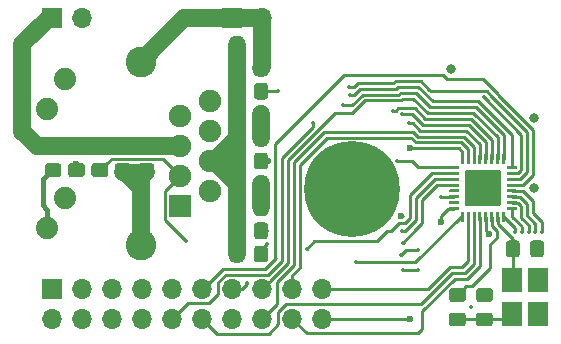
<source format=gbr>
G04 #@! TF.GenerationSoftware,KiCad,Pcbnew,(5.1.5)-3*
G04 #@! TF.CreationDate,2020-07-18T04:54:49-04:00*
G04 #@! TF.ProjectId,MONster64 - NetModule,4d4f4e73-7465-4723-9634-202d204e6574,rev?*
G04 #@! TF.SameCoordinates,Original*
G04 #@! TF.FileFunction,Copper,L1,Top*
G04 #@! TF.FilePolarity,Positive*
%FSLAX46Y46*%
G04 Gerber Fmt 4.6, Leading zero omitted, Abs format (unit mm)*
G04 Created by KiCad (PCBNEW (5.1.5)-3) date 2020-07-18 04:54:49*
%MOMM*%
%LPD*%
G04 APERTURE LIST*
%ADD10C,0.100000*%
%ADD11R,1.900000X1.900000*%
%ADD12C,1.900000*%
%ADD13C,1.890000*%
%ADD14C,2.600000*%
%ADD15R,1.725000X2.100000*%
%ADD16R,1.700000X1.700000*%
%ADD17O,1.700000X1.700000*%
%ADD18C,0.600000*%
%ADD19C,0.350000*%
%ADD20C,8.100000*%
%ADD21C,0.800000*%
%ADD22C,0.295000*%
%ADD23C,1.500000*%
%ADD24C,1.000000*%
%ADD25C,0.800000*%
%ADD26C,0.439000*%
G04 APERTURE END LIST*
G04 #@! TA.AperFunction,SMDPad,CuDef*
D10*
G36*
X178539505Y-101599704D02*
G01*
X178563773Y-101603304D01*
X178587572Y-101609265D01*
X178610671Y-101617530D01*
X178632850Y-101628020D01*
X178653893Y-101640632D01*
X178673599Y-101655247D01*
X178691777Y-101671723D01*
X178708253Y-101689901D01*
X178722868Y-101709607D01*
X178735480Y-101730650D01*
X178745970Y-101752829D01*
X178754235Y-101775928D01*
X178760196Y-101799727D01*
X178763796Y-101823995D01*
X178765000Y-101848499D01*
X178765000Y-102748501D01*
X178763796Y-102773005D01*
X178760196Y-102797273D01*
X178754235Y-102821072D01*
X178745970Y-102844171D01*
X178735480Y-102866350D01*
X178722868Y-102887393D01*
X178708253Y-102907099D01*
X178691777Y-102925277D01*
X178673599Y-102941753D01*
X178653893Y-102956368D01*
X178632850Y-102968980D01*
X178610671Y-102979470D01*
X178587572Y-102987735D01*
X178563773Y-102993696D01*
X178539505Y-102997296D01*
X178515001Y-102998500D01*
X177864999Y-102998500D01*
X177840495Y-102997296D01*
X177816227Y-102993696D01*
X177792428Y-102987735D01*
X177769329Y-102979470D01*
X177747150Y-102968980D01*
X177726107Y-102956368D01*
X177706401Y-102941753D01*
X177688223Y-102925277D01*
X177671747Y-102907099D01*
X177657132Y-102887393D01*
X177644520Y-102866350D01*
X177634030Y-102844171D01*
X177625765Y-102821072D01*
X177619804Y-102797273D01*
X177616204Y-102773005D01*
X177615000Y-102748501D01*
X177615000Y-101848499D01*
X177616204Y-101823995D01*
X177619804Y-101799727D01*
X177625765Y-101775928D01*
X177634030Y-101752829D01*
X177644520Y-101730650D01*
X177657132Y-101709607D01*
X177671747Y-101689901D01*
X177688223Y-101671723D01*
X177706401Y-101655247D01*
X177726107Y-101640632D01*
X177747150Y-101628020D01*
X177769329Y-101617530D01*
X177792428Y-101609265D01*
X177816227Y-101603304D01*
X177840495Y-101599704D01*
X177864999Y-101598500D01*
X178515001Y-101598500D01*
X178539505Y-101599704D01*
G37*
G04 #@! TD.AperFunction*
G04 #@! TA.AperFunction,SMDPad,CuDef*
G36*
X176489505Y-101599704D02*
G01*
X176513773Y-101603304D01*
X176537572Y-101609265D01*
X176560671Y-101617530D01*
X176582850Y-101628020D01*
X176603893Y-101640632D01*
X176623599Y-101655247D01*
X176641777Y-101671723D01*
X176658253Y-101689901D01*
X176672868Y-101709607D01*
X176685480Y-101730650D01*
X176695970Y-101752829D01*
X176704235Y-101775928D01*
X176710196Y-101799727D01*
X176713796Y-101823995D01*
X176715000Y-101848499D01*
X176715000Y-102748501D01*
X176713796Y-102773005D01*
X176710196Y-102797273D01*
X176704235Y-102821072D01*
X176695970Y-102844171D01*
X176685480Y-102866350D01*
X176672868Y-102887393D01*
X176658253Y-102907099D01*
X176641777Y-102925277D01*
X176623599Y-102941753D01*
X176603893Y-102956368D01*
X176582850Y-102968980D01*
X176560671Y-102979470D01*
X176537572Y-102987735D01*
X176513773Y-102993696D01*
X176489505Y-102997296D01*
X176465001Y-102998500D01*
X175814999Y-102998500D01*
X175790495Y-102997296D01*
X175766227Y-102993696D01*
X175742428Y-102987735D01*
X175719329Y-102979470D01*
X175697150Y-102968980D01*
X175676107Y-102956368D01*
X175656401Y-102941753D01*
X175638223Y-102925277D01*
X175621747Y-102907099D01*
X175607132Y-102887393D01*
X175594520Y-102866350D01*
X175584030Y-102844171D01*
X175575765Y-102821072D01*
X175569804Y-102797273D01*
X175566204Y-102773005D01*
X175565000Y-102748501D01*
X175565000Y-101848499D01*
X175566204Y-101823995D01*
X175569804Y-101799727D01*
X175575765Y-101775928D01*
X175584030Y-101752829D01*
X175594520Y-101730650D01*
X175607132Y-101709607D01*
X175621747Y-101689901D01*
X175638223Y-101671723D01*
X175656401Y-101655247D01*
X175676107Y-101640632D01*
X175697150Y-101628020D01*
X175719329Y-101617530D01*
X175742428Y-101609265D01*
X175766227Y-101603304D01*
X175790495Y-101599704D01*
X175814999Y-101598500D01*
X176465001Y-101598500D01*
X176489505Y-101599704D01*
G37*
G04 #@! TD.AperFunction*
G04 #@! TA.AperFunction,SMDPad,CuDef*
G36*
X174210505Y-105652704D02*
G01*
X174234773Y-105656304D01*
X174258572Y-105662265D01*
X174281671Y-105670530D01*
X174303850Y-105681020D01*
X174324893Y-105693632D01*
X174344599Y-105708247D01*
X174362777Y-105724723D01*
X174379253Y-105742901D01*
X174393868Y-105762607D01*
X174406480Y-105783650D01*
X174416970Y-105805829D01*
X174425235Y-105828928D01*
X174431196Y-105852727D01*
X174434796Y-105876995D01*
X174436000Y-105901499D01*
X174436000Y-106551501D01*
X174434796Y-106576005D01*
X174431196Y-106600273D01*
X174425235Y-106624072D01*
X174416970Y-106647171D01*
X174406480Y-106669350D01*
X174393868Y-106690393D01*
X174379253Y-106710099D01*
X174362777Y-106728277D01*
X174344599Y-106744753D01*
X174324893Y-106759368D01*
X174303850Y-106771980D01*
X174281671Y-106782470D01*
X174258572Y-106790735D01*
X174234773Y-106796696D01*
X174210505Y-106800296D01*
X174186001Y-106801500D01*
X173285999Y-106801500D01*
X173261495Y-106800296D01*
X173237227Y-106796696D01*
X173213428Y-106790735D01*
X173190329Y-106782470D01*
X173168150Y-106771980D01*
X173147107Y-106759368D01*
X173127401Y-106744753D01*
X173109223Y-106728277D01*
X173092747Y-106710099D01*
X173078132Y-106690393D01*
X173065520Y-106669350D01*
X173055030Y-106647171D01*
X173046765Y-106624072D01*
X173040804Y-106600273D01*
X173037204Y-106576005D01*
X173036000Y-106551501D01*
X173036000Y-105901499D01*
X173037204Y-105876995D01*
X173040804Y-105852727D01*
X173046765Y-105828928D01*
X173055030Y-105805829D01*
X173065520Y-105783650D01*
X173078132Y-105762607D01*
X173092747Y-105742901D01*
X173109223Y-105724723D01*
X173127401Y-105708247D01*
X173147107Y-105693632D01*
X173168150Y-105681020D01*
X173190329Y-105670530D01*
X173213428Y-105662265D01*
X173237227Y-105656304D01*
X173261495Y-105652704D01*
X173285999Y-105651500D01*
X174186001Y-105651500D01*
X174210505Y-105652704D01*
G37*
G04 #@! TD.AperFunction*
G04 #@! TA.AperFunction,SMDPad,CuDef*
G36*
X174210505Y-107702704D02*
G01*
X174234773Y-107706304D01*
X174258572Y-107712265D01*
X174281671Y-107720530D01*
X174303850Y-107731020D01*
X174324893Y-107743632D01*
X174344599Y-107758247D01*
X174362777Y-107774723D01*
X174379253Y-107792901D01*
X174393868Y-107812607D01*
X174406480Y-107833650D01*
X174416970Y-107855829D01*
X174425235Y-107878928D01*
X174431196Y-107902727D01*
X174434796Y-107926995D01*
X174436000Y-107951499D01*
X174436000Y-108601501D01*
X174434796Y-108626005D01*
X174431196Y-108650273D01*
X174425235Y-108674072D01*
X174416970Y-108697171D01*
X174406480Y-108719350D01*
X174393868Y-108740393D01*
X174379253Y-108760099D01*
X174362777Y-108778277D01*
X174344599Y-108794753D01*
X174324893Y-108809368D01*
X174303850Y-108821980D01*
X174281671Y-108832470D01*
X174258572Y-108840735D01*
X174234773Y-108846696D01*
X174210505Y-108850296D01*
X174186001Y-108851500D01*
X173285999Y-108851500D01*
X173261495Y-108850296D01*
X173237227Y-108846696D01*
X173213428Y-108840735D01*
X173190329Y-108832470D01*
X173168150Y-108821980D01*
X173147107Y-108809368D01*
X173127401Y-108794753D01*
X173109223Y-108778277D01*
X173092747Y-108760099D01*
X173078132Y-108740393D01*
X173065520Y-108719350D01*
X173055030Y-108697171D01*
X173046765Y-108674072D01*
X173040804Y-108650273D01*
X173037204Y-108626005D01*
X173036000Y-108601501D01*
X173036000Y-107951499D01*
X173037204Y-107926995D01*
X173040804Y-107902727D01*
X173046765Y-107878928D01*
X173055030Y-107855829D01*
X173065520Y-107833650D01*
X173078132Y-107812607D01*
X173092747Y-107792901D01*
X173109223Y-107774723D01*
X173127401Y-107758247D01*
X173147107Y-107743632D01*
X173168150Y-107731020D01*
X173190329Y-107720530D01*
X173213428Y-107712265D01*
X173237227Y-107706304D01*
X173261495Y-107702704D01*
X173285999Y-107701500D01*
X174186001Y-107701500D01*
X174210505Y-107702704D01*
G37*
G04 #@! TD.AperFunction*
G04 #@! TA.AperFunction,SMDPad,CuDef*
G36*
X153121505Y-92201704D02*
G01*
X153145773Y-92205304D01*
X153169572Y-92211265D01*
X153192671Y-92219530D01*
X153214850Y-92230020D01*
X153235893Y-92242632D01*
X153255599Y-92257247D01*
X153273777Y-92273723D01*
X153290253Y-92291901D01*
X153304868Y-92311607D01*
X153317480Y-92332650D01*
X153327970Y-92354829D01*
X153336235Y-92377928D01*
X153342196Y-92401727D01*
X153345796Y-92425995D01*
X153347000Y-92450499D01*
X153347000Y-93350501D01*
X153345796Y-93375005D01*
X153342196Y-93399273D01*
X153336235Y-93423072D01*
X153327970Y-93446171D01*
X153317480Y-93468350D01*
X153304868Y-93489393D01*
X153290253Y-93509099D01*
X153273777Y-93527277D01*
X153255599Y-93543753D01*
X153235893Y-93558368D01*
X153214850Y-93570980D01*
X153192671Y-93581470D01*
X153169572Y-93589735D01*
X153145773Y-93595696D01*
X153121505Y-93599296D01*
X153097001Y-93600500D01*
X152446999Y-93600500D01*
X152422495Y-93599296D01*
X152398227Y-93595696D01*
X152374428Y-93589735D01*
X152351329Y-93581470D01*
X152329150Y-93570980D01*
X152308107Y-93558368D01*
X152288401Y-93543753D01*
X152270223Y-93527277D01*
X152253747Y-93509099D01*
X152239132Y-93489393D01*
X152226520Y-93468350D01*
X152216030Y-93446171D01*
X152207765Y-93423072D01*
X152201804Y-93399273D01*
X152198204Y-93375005D01*
X152197000Y-93350501D01*
X152197000Y-92450499D01*
X152198204Y-92425995D01*
X152201804Y-92401727D01*
X152207765Y-92377928D01*
X152216030Y-92354829D01*
X152226520Y-92332650D01*
X152239132Y-92311607D01*
X152253747Y-92291901D01*
X152270223Y-92273723D01*
X152288401Y-92257247D01*
X152308107Y-92242632D01*
X152329150Y-92230020D01*
X152351329Y-92219530D01*
X152374428Y-92211265D01*
X152398227Y-92205304D01*
X152422495Y-92201704D01*
X152446999Y-92200500D01*
X153097001Y-92200500D01*
X153121505Y-92201704D01*
G37*
G04 #@! TD.AperFunction*
G04 #@! TA.AperFunction,SMDPad,CuDef*
G36*
X155171505Y-92201704D02*
G01*
X155195773Y-92205304D01*
X155219572Y-92211265D01*
X155242671Y-92219530D01*
X155264850Y-92230020D01*
X155285893Y-92242632D01*
X155305599Y-92257247D01*
X155323777Y-92273723D01*
X155340253Y-92291901D01*
X155354868Y-92311607D01*
X155367480Y-92332650D01*
X155377970Y-92354829D01*
X155386235Y-92377928D01*
X155392196Y-92401727D01*
X155395796Y-92425995D01*
X155397000Y-92450499D01*
X155397000Y-93350501D01*
X155395796Y-93375005D01*
X155392196Y-93399273D01*
X155386235Y-93423072D01*
X155377970Y-93446171D01*
X155367480Y-93468350D01*
X155354868Y-93489393D01*
X155340253Y-93509099D01*
X155323777Y-93527277D01*
X155305599Y-93543753D01*
X155285893Y-93558368D01*
X155264850Y-93570980D01*
X155242671Y-93581470D01*
X155219572Y-93589735D01*
X155195773Y-93595696D01*
X155171505Y-93599296D01*
X155147001Y-93600500D01*
X154496999Y-93600500D01*
X154472495Y-93599296D01*
X154448227Y-93595696D01*
X154424428Y-93589735D01*
X154401329Y-93581470D01*
X154379150Y-93570980D01*
X154358107Y-93558368D01*
X154338401Y-93543753D01*
X154320223Y-93527277D01*
X154303747Y-93509099D01*
X154289132Y-93489393D01*
X154276520Y-93468350D01*
X154266030Y-93446171D01*
X154257765Y-93423072D01*
X154251804Y-93399273D01*
X154248204Y-93375005D01*
X154247000Y-93350501D01*
X154247000Y-92450499D01*
X154248204Y-92425995D01*
X154251804Y-92401727D01*
X154257765Y-92377928D01*
X154266030Y-92354829D01*
X154276520Y-92332650D01*
X154289132Y-92311607D01*
X154303747Y-92291901D01*
X154320223Y-92273723D01*
X154338401Y-92257247D01*
X154358107Y-92242632D01*
X154379150Y-92230020D01*
X154401329Y-92219530D01*
X154424428Y-92211265D01*
X154448227Y-92205304D01*
X154472495Y-92201704D01*
X154496999Y-92200500D01*
X155147001Y-92200500D01*
X155171505Y-92201704D01*
G37*
G04 #@! TD.AperFunction*
G04 #@! TA.AperFunction,SMDPad,CuDef*
G36*
X155171505Y-90233204D02*
G01*
X155195773Y-90236804D01*
X155219572Y-90242765D01*
X155242671Y-90251030D01*
X155264850Y-90261520D01*
X155285893Y-90274132D01*
X155305599Y-90288747D01*
X155323777Y-90305223D01*
X155340253Y-90323401D01*
X155354868Y-90343107D01*
X155367480Y-90364150D01*
X155377970Y-90386329D01*
X155386235Y-90409428D01*
X155392196Y-90433227D01*
X155395796Y-90457495D01*
X155397000Y-90481999D01*
X155397000Y-91382001D01*
X155395796Y-91406505D01*
X155392196Y-91430773D01*
X155386235Y-91454572D01*
X155377970Y-91477671D01*
X155367480Y-91499850D01*
X155354868Y-91520893D01*
X155340253Y-91540599D01*
X155323777Y-91558777D01*
X155305599Y-91575253D01*
X155285893Y-91589868D01*
X155264850Y-91602480D01*
X155242671Y-91612970D01*
X155219572Y-91621235D01*
X155195773Y-91627196D01*
X155171505Y-91630796D01*
X155147001Y-91632000D01*
X154496999Y-91632000D01*
X154472495Y-91630796D01*
X154448227Y-91627196D01*
X154424428Y-91621235D01*
X154401329Y-91612970D01*
X154379150Y-91602480D01*
X154358107Y-91589868D01*
X154338401Y-91575253D01*
X154320223Y-91558777D01*
X154303747Y-91540599D01*
X154289132Y-91520893D01*
X154276520Y-91499850D01*
X154266030Y-91477671D01*
X154257765Y-91454572D01*
X154251804Y-91430773D01*
X154248204Y-91406505D01*
X154247000Y-91382001D01*
X154247000Y-90481999D01*
X154248204Y-90457495D01*
X154251804Y-90433227D01*
X154257765Y-90409428D01*
X154266030Y-90386329D01*
X154276520Y-90364150D01*
X154289132Y-90343107D01*
X154303747Y-90323401D01*
X154320223Y-90305223D01*
X154338401Y-90288747D01*
X154358107Y-90274132D01*
X154379150Y-90261520D01*
X154401329Y-90251030D01*
X154424428Y-90242765D01*
X154448227Y-90236804D01*
X154472495Y-90233204D01*
X154496999Y-90232000D01*
X155147001Y-90232000D01*
X155171505Y-90233204D01*
G37*
G04 #@! TD.AperFunction*
G04 #@! TA.AperFunction,SMDPad,CuDef*
G36*
X153121505Y-90233204D02*
G01*
X153145773Y-90236804D01*
X153169572Y-90242765D01*
X153192671Y-90251030D01*
X153214850Y-90261520D01*
X153235893Y-90274132D01*
X153255599Y-90288747D01*
X153273777Y-90305223D01*
X153290253Y-90323401D01*
X153304868Y-90343107D01*
X153317480Y-90364150D01*
X153327970Y-90386329D01*
X153336235Y-90409428D01*
X153342196Y-90433227D01*
X153345796Y-90457495D01*
X153347000Y-90481999D01*
X153347000Y-91382001D01*
X153345796Y-91406505D01*
X153342196Y-91430773D01*
X153336235Y-91454572D01*
X153327970Y-91477671D01*
X153317480Y-91499850D01*
X153304868Y-91520893D01*
X153290253Y-91540599D01*
X153273777Y-91558777D01*
X153255599Y-91575253D01*
X153235893Y-91589868D01*
X153214850Y-91602480D01*
X153192671Y-91612970D01*
X153169572Y-91621235D01*
X153145773Y-91627196D01*
X153121505Y-91630796D01*
X153097001Y-91632000D01*
X152446999Y-91632000D01*
X152422495Y-91630796D01*
X152398227Y-91627196D01*
X152374428Y-91621235D01*
X152351329Y-91612970D01*
X152329150Y-91602480D01*
X152308107Y-91589868D01*
X152288401Y-91575253D01*
X152270223Y-91558777D01*
X152253747Y-91540599D01*
X152239132Y-91520893D01*
X152226520Y-91499850D01*
X152216030Y-91477671D01*
X152207765Y-91454572D01*
X152201804Y-91430773D01*
X152198204Y-91406505D01*
X152197000Y-91382001D01*
X152197000Y-90481999D01*
X152198204Y-90457495D01*
X152201804Y-90433227D01*
X152207765Y-90409428D01*
X152216030Y-90386329D01*
X152226520Y-90364150D01*
X152239132Y-90343107D01*
X152253747Y-90323401D01*
X152270223Y-90305223D01*
X152288401Y-90288747D01*
X152308107Y-90274132D01*
X152329150Y-90261520D01*
X152351329Y-90251030D01*
X152374428Y-90242765D01*
X152398227Y-90236804D01*
X152422495Y-90233204D01*
X152446999Y-90232000D01*
X153097001Y-90232000D01*
X153121505Y-90233204D01*
G37*
G04 #@! TD.AperFunction*
G04 #@! TA.AperFunction,SMDPad,CuDef*
G36*
X153121505Y-86296204D02*
G01*
X153145773Y-86299804D01*
X153169572Y-86305765D01*
X153192671Y-86314030D01*
X153214850Y-86324520D01*
X153235893Y-86337132D01*
X153255599Y-86351747D01*
X153273777Y-86368223D01*
X153290253Y-86386401D01*
X153304868Y-86406107D01*
X153317480Y-86427150D01*
X153327970Y-86449329D01*
X153336235Y-86472428D01*
X153342196Y-86496227D01*
X153345796Y-86520495D01*
X153347000Y-86544999D01*
X153347000Y-87445001D01*
X153345796Y-87469505D01*
X153342196Y-87493773D01*
X153336235Y-87517572D01*
X153327970Y-87540671D01*
X153317480Y-87562850D01*
X153304868Y-87583893D01*
X153290253Y-87603599D01*
X153273777Y-87621777D01*
X153255599Y-87638253D01*
X153235893Y-87652868D01*
X153214850Y-87665480D01*
X153192671Y-87675970D01*
X153169572Y-87684235D01*
X153145773Y-87690196D01*
X153121505Y-87693796D01*
X153097001Y-87695000D01*
X152446999Y-87695000D01*
X152422495Y-87693796D01*
X152398227Y-87690196D01*
X152374428Y-87684235D01*
X152351329Y-87675970D01*
X152329150Y-87665480D01*
X152308107Y-87652868D01*
X152288401Y-87638253D01*
X152270223Y-87621777D01*
X152253747Y-87603599D01*
X152239132Y-87583893D01*
X152226520Y-87562850D01*
X152216030Y-87540671D01*
X152207765Y-87517572D01*
X152201804Y-87493773D01*
X152198204Y-87469505D01*
X152197000Y-87445001D01*
X152197000Y-86544999D01*
X152198204Y-86520495D01*
X152201804Y-86496227D01*
X152207765Y-86472428D01*
X152216030Y-86449329D01*
X152226520Y-86427150D01*
X152239132Y-86406107D01*
X152253747Y-86386401D01*
X152270223Y-86368223D01*
X152288401Y-86351747D01*
X152308107Y-86337132D01*
X152329150Y-86324520D01*
X152351329Y-86314030D01*
X152374428Y-86305765D01*
X152398227Y-86299804D01*
X152422495Y-86296204D01*
X152446999Y-86295000D01*
X153097001Y-86295000D01*
X153121505Y-86296204D01*
G37*
G04 #@! TD.AperFunction*
G04 #@! TA.AperFunction,SMDPad,CuDef*
G36*
X155171505Y-86296204D02*
G01*
X155195773Y-86299804D01*
X155219572Y-86305765D01*
X155242671Y-86314030D01*
X155264850Y-86324520D01*
X155285893Y-86337132D01*
X155305599Y-86351747D01*
X155323777Y-86368223D01*
X155340253Y-86386401D01*
X155354868Y-86406107D01*
X155367480Y-86427150D01*
X155377970Y-86449329D01*
X155386235Y-86472428D01*
X155392196Y-86496227D01*
X155395796Y-86520495D01*
X155397000Y-86544999D01*
X155397000Y-87445001D01*
X155395796Y-87469505D01*
X155392196Y-87493773D01*
X155386235Y-87517572D01*
X155377970Y-87540671D01*
X155367480Y-87562850D01*
X155354868Y-87583893D01*
X155340253Y-87603599D01*
X155323777Y-87621777D01*
X155305599Y-87638253D01*
X155285893Y-87652868D01*
X155264850Y-87665480D01*
X155242671Y-87675970D01*
X155219572Y-87684235D01*
X155195773Y-87690196D01*
X155171505Y-87693796D01*
X155147001Y-87695000D01*
X154496999Y-87695000D01*
X154472495Y-87693796D01*
X154448227Y-87690196D01*
X154424428Y-87684235D01*
X154401329Y-87675970D01*
X154379150Y-87665480D01*
X154358107Y-87652868D01*
X154338401Y-87638253D01*
X154320223Y-87621777D01*
X154303747Y-87603599D01*
X154289132Y-87583893D01*
X154276520Y-87562850D01*
X154266030Y-87540671D01*
X154257765Y-87517572D01*
X154251804Y-87493773D01*
X154248204Y-87469505D01*
X154247000Y-87445001D01*
X154247000Y-86544999D01*
X154248204Y-86520495D01*
X154251804Y-86496227D01*
X154257765Y-86472428D01*
X154266030Y-86449329D01*
X154276520Y-86427150D01*
X154289132Y-86406107D01*
X154303747Y-86386401D01*
X154320223Y-86368223D01*
X154338401Y-86351747D01*
X154358107Y-86337132D01*
X154379150Y-86324520D01*
X154401329Y-86314030D01*
X154424428Y-86305765D01*
X154448227Y-86299804D01*
X154472495Y-86296204D01*
X154496999Y-86295000D01*
X155147001Y-86295000D01*
X155171505Y-86296204D01*
G37*
G04 #@! TD.AperFunction*
G04 #@! TA.AperFunction,SMDPad,CuDef*
G36*
X155171505Y-84327704D02*
G01*
X155195773Y-84331304D01*
X155219572Y-84337265D01*
X155242671Y-84345530D01*
X155264850Y-84356020D01*
X155285893Y-84368632D01*
X155305599Y-84383247D01*
X155323777Y-84399723D01*
X155340253Y-84417901D01*
X155354868Y-84437607D01*
X155367480Y-84458650D01*
X155377970Y-84480829D01*
X155386235Y-84503928D01*
X155392196Y-84527727D01*
X155395796Y-84551995D01*
X155397000Y-84576499D01*
X155397000Y-85476501D01*
X155395796Y-85501005D01*
X155392196Y-85525273D01*
X155386235Y-85549072D01*
X155377970Y-85572171D01*
X155367480Y-85594350D01*
X155354868Y-85615393D01*
X155340253Y-85635099D01*
X155323777Y-85653277D01*
X155305599Y-85669753D01*
X155285893Y-85684368D01*
X155264850Y-85696980D01*
X155242671Y-85707470D01*
X155219572Y-85715735D01*
X155195773Y-85721696D01*
X155171505Y-85725296D01*
X155147001Y-85726500D01*
X154496999Y-85726500D01*
X154472495Y-85725296D01*
X154448227Y-85721696D01*
X154424428Y-85715735D01*
X154401329Y-85707470D01*
X154379150Y-85696980D01*
X154358107Y-85684368D01*
X154338401Y-85669753D01*
X154320223Y-85653277D01*
X154303747Y-85635099D01*
X154289132Y-85615393D01*
X154276520Y-85594350D01*
X154266030Y-85572171D01*
X154257765Y-85549072D01*
X154251804Y-85525273D01*
X154248204Y-85501005D01*
X154247000Y-85476501D01*
X154247000Y-84576499D01*
X154248204Y-84551995D01*
X154251804Y-84527727D01*
X154257765Y-84503928D01*
X154266030Y-84480829D01*
X154276520Y-84458650D01*
X154289132Y-84437607D01*
X154303747Y-84417901D01*
X154320223Y-84399723D01*
X154338401Y-84383247D01*
X154358107Y-84368632D01*
X154379150Y-84356020D01*
X154401329Y-84345530D01*
X154424428Y-84337265D01*
X154448227Y-84331304D01*
X154472495Y-84327704D01*
X154496999Y-84326500D01*
X155147001Y-84326500D01*
X155171505Y-84327704D01*
G37*
G04 #@! TD.AperFunction*
G04 #@! TA.AperFunction,SMDPad,CuDef*
G36*
X153121505Y-84327704D02*
G01*
X153145773Y-84331304D01*
X153169572Y-84337265D01*
X153192671Y-84345530D01*
X153214850Y-84356020D01*
X153235893Y-84368632D01*
X153255599Y-84383247D01*
X153273777Y-84399723D01*
X153290253Y-84417901D01*
X153304868Y-84437607D01*
X153317480Y-84458650D01*
X153327970Y-84480829D01*
X153336235Y-84503928D01*
X153342196Y-84527727D01*
X153345796Y-84551995D01*
X153347000Y-84576499D01*
X153347000Y-85476501D01*
X153345796Y-85501005D01*
X153342196Y-85525273D01*
X153336235Y-85549072D01*
X153327970Y-85572171D01*
X153317480Y-85594350D01*
X153304868Y-85615393D01*
X153290253Y-85635099D01*
X153273777Y-85653277D01*
X153255599Y-85669753D01*
X153235893Y-85684368D01*
X153214850Y-85696980D01*
X153192671Y-85707470D01*
X153169572Y-85715735D01*
X153145773Y-85721696D01*
X153121505Y-85725296D01*
X153097001Y-85726500D01*
X152446999Y-85726500D01*
X152422495Y-85725296D01*
X152398227Y-85721696D01*
X152374428Y-85715735D01*
X152351329Y-85707470D01*
X152329150Y-85696980D01*
X152308107Y-85684368D01*
X152288401Y-85669753D01*
X152270223Y-85653277D01*
X152253747Y-85635099D01*
X152239132Y-85615393D01*
X152226520Y-85594350D01*
X152216030Y-85572171D01*
X152207765Y-85549072D01*
X152201804Y-85525273D01*
X152198204Y-85501005D01*
X152197000Y-85476501D01*
X152197000Y-84576499D01*
X152198204Y-84551995D01*
X152201804Y-84527727D01*
X152207765Y-84503928D01*
X152216030Y-84480829D01*
X152226520Y-84458650D01*
X152239132Y-84437607D01*
X152253747Y-84417901D01*
X152270223Y-84399723D01*
X152288401Y-84383247D01*
X152308107Y-84368632D01*
X152329150Y-84356020D01*
X152351329Y-84345530D01*
X152374428Y-84337265D01*
X152398227Y-84331304D01*
X152422495Y-84327704D01*
X152446999Y-84326500D01*
X153097001Y-84326500D01*
X153121505Y-84327704D01*
G37*
G04 #@! TD.AperFunction*
G04 #@! TA.AperFunction,SMDPad,CuDef*
G36*
X145572005Y-95066204D02*
G01*
X145596273Y-95069804D01*
X145620072Y-95075765D01*
X145643171Y-95084030D01*
X145665350Y-95094520D01*
X145686393Y-95107132D01*
X145706099Y-95121747D01*
X145724277Y-95138223D01*
X145740753Y-95156401D01*
X145755368Y-95176107D01*
X145767980Y-95197150D01*
X145778470Y-95219329D01*
X145786735Y-95242428D01*
X145792696Y-95266227D01*
X145796296Y-95290495D01*
X145797500Y-95314999D01*
X145797500Y-95965001D01*
X145796296Y-95989505D01*
X145792696Y-96013773D01*
X145786735Y-96037572D01*
X145778470Y-96060671D01*
X145767980Y-96082850D01*
X145755368Y-96103893D01*
X145740753Y-96123599D01*
X145724277Y-96141777D01*
X145706099Y-96158253D01*
X145686393Y-96172868D01*
X145665350Y-96185480D01*
X145643171Y-96195970D01*
X145620072Y-96204235D01*
X145596273Y-96210196D01*
X145572005Y-96213796D01*
X145547501Y-96215000D01*
X144647499Y-96215000D01*
X144622995Y-96213796D01*
X144598727Y-96210196D01*
X144574928Y-96204235D01*
X144551829Y-96195970D01*
X144529650Y-96185480D01*
X144508607Y-96172868D01*
X144488901Y-96158253D01*
X144470723Y-96141777D01*
X144454247Y-96123599D01*
X144439632Y-96103893D01*
X144427020Y-96082850D01*
X144416530Y-96060671D01*
X144408265Y-96037572D01*
X144402304Y-96013773D01*
X144398704Y-95989505D01*
X144397500Y-95965001D01*
X144397500Y-95314999D01*
X144398704Y-95290495D01*
X144402304Y-95266227D01*
X144408265Y-95242428D01*
X144416530Y-95219329D01*
X144427020Y-95197150D01*
X144439632Y-95176107D01*
X144454247Y-95156401D01*
X144470723Y-95138223D01*
X144488901Y-95121747D01*
X144508607Y-95107132D01*
X144529650Y-95094520D01*
X144551829Y-95084030D01*
X144574928Y-95075765D01*
X144598727Y-95069804D01*
X144622995Y-95066204D01*
X144647499Y-95065000D01*
X145547501Y-95065000D01*
X145572005Y-95066204D01*
G37*
G04 #@! TD.AperFunction*
G04 #@! TA.AperFunction,SMDPad,CuDef*
G36*
X145572005Y-93016204D02*
G01*
X145596273Y-93019804D01*
X145620072Y-93025765D01*
X145643171Y-93034030D01*
X145665350Y-93044520D01*
X145686393Y-93057132D01*
X145706099Y-93071747D01*
X145724277Y-93088223D01*
X145740753Y-93106401D01*
X145755368Y-93126107D01*
X145767980Y-93147150D01*
X145778470Y-93169329D01*
X145786735Y-93192428D01*
X145792696Y-93216227D01*
X145796296Y-93240495D01*
X145797500Y-93264999D01*
X145797500Y-93915001D01*
X145796296Y-93939505D01*
X145792696Y-93963773D01*
X145786735Y-93987572D01*
X145778470Y-94010671D01*
X145767980Y-94032850D01*
X145755368Y-94053893D01*
X145740753Y-94073599D01*
X145724277Y-94091777D01*
X145706099Y-94108253D01*
X145686393Y-94122868D01*
X145665350Y-94135480D01*
X145643171Y-94145970D01*
X145620072Y-94154235D01*
X145596273Y-94160196D01*
X145572005Y-94163796D01*
X145547501Y-94165000D01*
X144647499Y-94165000D01*
X144622995Y-94163796D01*
X144598727Y-94160196D01*
X144574928Y-94154235D01*
X144551829Y-94145970D01*
X144529650Y-94135480D01*
X144508607Y-94122868D01*
X144488901Y-94108253D01*
X144470723Y-94091777D01*
X144454247Y-94073599D01*
X144439632Y-94053893D01*
X144427020Y-94032850D01*
X144416530Y-94010671D01*
X144408265Y-93987572D01*
X144402304Y-93963773D01*
X144398704Y-93939505D01*
X144397500Y-93915001D01*
X144397500Y-93264999D01*
X144398704Y-93240495D01*
X144402304Y-93216227D01*
X144408265Y-93192428D01*
X144416530Y-93169329D01*
X144427020Y-93147150D01*
X144439632Y-93126107D01*
X144454247Y-93106401D01*
X144470723Y-93088223D01*
X144488901Y-93071747D01*
X144508607Y-93057132D01*
X144529650Y-93044520D01*
X144551829Y-93034030D01*
X144574928Y-93025765D01*
X144598727Y-93019804D01*
X144622995Y-93016204D01*
X144647499Y-93015000D01*
X145547501Y-93015000D01*
X145572005Y-93016204D01*
G37*
G04 #@! TD.AperFunction*
G04 #@! TA.AperFunction,SMDPad,CuDef*
G36*
X153121505Y-98107204D02*
G01*
X153145773Y-98110804D01*
X153169572Y-98116765D01*
X153192671Y-98125030D01*
X153214850Y-98135520D01*
X153235893Y-98148132D01*
X153255599Y-98162747D01*
X153273777Y-98179223D01*
X153290253Y-98197401D01*
X153304868Y-98217107D01*
X153317480Y-98238150D01*
X153327970Y-98260329D01*
X153336235Y-98283428D01*
X153342196Y-98307227D01*
X153345796Y-98331495D01*
X153347000Y-98355999D01*
X153347000Y-99256001D01*
X153345796Y-99280505D01*
X153342196Y-99304773D01*
X153336235Y-99328572D01*
X153327970Y-99351671D01*
X153317480Y-99373850D01*
X153304868Y-99394893D01*
X153290253Y-99414599D01*
X153273777Y-99432777D01*
X153255599Y-99449253D01*
X153235893Y-99463868D01*
X153214850Y-99476480D01*
X153192671Y-99486970D01*
X153169572Y-99495235D01*
X153145773Y-99501196D01*
X153121505Y-99504796D01*
X153097001Y-99506000D01*
X152446999Y-99506000D01*
X152422495Y-99504796D01*
X152398227Y-99501196D01*
X152374428Y-99495235D01*
X152351329Y-99486970D01*
X152329150Y-99476480D01*
X152308107Y-99463868D01*
X152288401Y-99449253D01*
X152270223Y-99432777D01*
X152253747Y-99414599D01*
X152239132Y-99394893D01*
X152226520Y-99373850D01*
X152216030Y-99351671D01*
X152207765Y-99328572D01*
X152201804Y-99304773D01*
X152198204Y-99280505D01*
X152197000Y-99256001D01*
X152197000Y-98355999D01*
X152198204Y-98331495D01*
X152201804Y-98307227D01*
X152207765Y-98283428D01*
X152216030Y-98260329D01*
X152226520Y-98238150D01*
X152239132Y-98217107D01*
X152253747Y-98197401D01*
X152270223Y-98179223D01*
X152288401Y-98162747D01*
X152308107Y-98148132D01*
X152329150Y-98135520D01*
X152351329Y-98125030D01*
X152374428Y-98116765D01*
X152398227Y-98110804D01*
X152422495Y-98107204D01*
X152446999Y-98106000D01*
X153097001Y-98106000D01*
X153121505Y-98107204D01*
G37*
G04 #@! TD.AperFunction*
G04 #@! TA.AperFunction,SMDPad,CuDef*
G36*
X155171505Y-98107204D02*
G01*
X155195773Y-98110804D01*
X155219572Y-98116765D01*
X155242671Y-98125030D01*
X155264850Y-98135520D01*
X155285893Y-98148132D01*
X155305599Y-98162747D01*
X155323777Y-98179223D01*
X155340253Y-98197401D01*
X155354868Y-98217107D01*
X155367480Y-98238150D01*
X155377970Y-98260329D01*
X155386235Y-98283428D01*
X155392196Y-98307227D01*
X155395796Y-98331495D01*
X155397000Y-98355999D01*
X155397000Y-99256001D01*
X155395796Y-99280505D01*
X155392196Y-99304773D01*
X155386235Y-99328572D01*
X155377970Y-99351671D01*
X155367480Y-99373850D01*
X155354868Y-99394893D01*
X155340253Y-99414599D01*
X155323777Y-99432777D01*
X155305599Y-99449253D01*
X155285893Y-99463868D01*
X155264850Y-99476480D01*
X155242671Y-99486970D01*
X155219572Y-99495235D01*
X155195773Y-99501196D01*
X155171505Y-99504796D01*
X155147001Y-99506000D01*
X154496999Y-99506000D01*
X154472495Y-99504796D01*
X154448227Y-99501196D01*
X154424428Y-99495235D01*
X154401329Y-99486970D01*
X154379150Y-99476480D01*
X154358107Y-99463868D01*
X154338401Y-99449253D01*
X154320223Y-99432777D01*
X154303747Y-99414599D01*
X154289132Y-99394893D01*
X154276520Y-99373850D01*
X154266030Y-99351671D01*
X154257765Y-99328572D01*
X154251804Y-99304773D01*
X154248204Y-99280505D01*
X154247000Y-99256001D01*
X154247000Y-98355999D01*
X154248204Y-98331495D01*
X154251804Y-98307227D01*
X154257765Y-98283428D01*
X154266030Y-98260329D01*
X154276520Y-98238150D01*
X154289132Y-98217107D01*
X154303747Y-98197401D01*
X154320223Y-98179223D01*
X154338401Y-98162747D01*
X154358107Y-98148132D01*
X154379150Y-98135520D01*
X154401329Y-98125030D01*
X154424428Y-98116765D01*
X154448227Y-98110804D01*
X154472495Y-98107204D01*
X154496999Y-98106000D01*
X155147001Y-98106000D01*
X155171505Y-98107204D01*
G37*
G04 #@! TD.AperFunction*
G04 #@! TA.AperFunction,SMDPad,CuDef*
G36*
X143603505Y-93016204D02*
G01*
X143627773Y-93019804D01*
X143651572Y-93025765D01*
X143674671Y-93034030D01*
X143696850Y-93044520D01*
X143717893Y-93057132D01*
X143737599Y-93071747D01*
X143755777Y-93088223D01*
X143772253Y-93106401D01*
X143786868Y-93126107D01*
X143799480Y-93147150D01*
X143809970Y-93169329D01*
X143818235Y-93192428D01*
X143824196Y-93216227D01*
X143827796Y-93240495D01*
X143829000Y-93264999D01*
X143829000Y-93915001D01*
X143827796Y-93939505D01*
X143824196Y-93963773D01*
X143818235Y-93987572D01*
X143809970Y-94010671D01*
X143799480Y-94032850D01*
X143786868Y-94053893D01*
X143772253Y-94073599D01*
X143755777Y-94091777D01*
X143737599Y-94108253D01*
X143717893Y-94122868D01*
X143696850Y-94135480D01*
X143674671Y-94145970D01*
X143651572Y-94154235D01*
X143627773Y-94160196D01*
X143603505Y-94163796D01*
X143579001Y-94165000D01*
X142678999Y-94165000D01*
X142654495Y-94163796D01*
X142630227Y-94160196D01*
X142606428Y-94154235D01*
X142583329Y-94145970D01*
X142561150Y-94135480D01*
X142540107Y-94122868D01*
X142520401Y-94108253D01*
X142502223Y-94091777D01*
X142485747Y-94073599D01*
X142471132Y-94053893D01*
X142458520Y-94032850D01*
X142448030Y-94010671D01*
X142439765Y-93987572D01*
X142433804Y-93963773D01*
X142430204Y-93939505D01*
X142429000Y-93915001D01*
X142429000Y-93264999D01*
X142430204Y-93240495D01*
X142433804Y-93216227D01*
X142439765Y-93192428D01*
X142448030Y-93169329D01*
X142458520Y-93147150D01*
X142471132Y-93126107D01*
X142485747Y-93106401D01*
X142502223Y-93088223D01*
X142520401Y-93071747D01*
X142540107Y-93057132D01*
X142561150Y-93044520D01*
X142583329Y-93034030D01*
X142606428Y-93025765D01*
X142630227Y-93019804D01*
X142654495Y-93016204D01*
X142678999Y-93015000D01*
X143579001Y-93015000D01*
X143603505Y-93016204D01*
G37*
G04 #@! TD.AperFunction*
G04 #@! TA.AperFunction,SMDPad,CuDef*
G36*
X143603505Y-95066204D02*
G01*
X143627773Y-95069804D01*
X143651572Y-95075765D01*
X143674671Y-95084030D01*
X143696850Y-95094520D01*
X143717893Y-95107132D01*
X143737599Y-95121747D01*
X143755777Y-95138223D01*
X143772253Y-95156401D01*
X143786868Y-95176107D01*
X143799480Y-95197150D01*
X143809970Y-95219329D01*
X143818235Y-95242428D01*
X143824196Y-95266227D01*
X143827796Y-95290495D01*
X143829000Y-95314999D01*
X143829000Y-95965001D01*
X143827796Y-95989505D01*
X143824196Y-96013773D01*
X143818235Y-96037572D01*
X143809970Y-96060671D01*
X143799480Y-96082850D01*
X143786868Y-96103893D01*
X143772253Y-96123599D01*
X143755777Y-96141777D01*
X143737599Y-96158253D01*
X143717893Y-96172868D01*
X143696850Y-96185480D01*
X143674671Y-96195970D01*
X143651572Y-96204235D01*
X143627773Y-96210196D01*
X143603505Y-96213796D01*
X143579001Y-96215000D01*
X142678999Y-96215000D01*
X142654495Y-96213796D01*
X142630227Y-96210196D01*
X142606428Y-96204235D01*
X142583329Y-96195970D01*
X142561150Y-96185480D01*
X142540107Y-96172868D01*
X142520401Y-96158253D01*
X142502223Y-96141777D01*
X142485747Y-96123599D01*
X142471132Y-96103893D01*
X142458520Y-96082850D01*
X142448030Y-96060671D01*
X142439765Y-96037572D01*
X142433804Y-96013773D01*
X142430204Y-95989505D01*
X142429000Y-95965001D01*
X142429000Y-95314999D01*
X142430204Y-95290495D01*
X142433804Y-95266227D01*
X142439765Y-95242428D01*
X142448030Y-95219329D01*
X142458520Y-95197150D01*
X142471132Y-95176107D01*
X142485747Y-95156401D01*
X142502223Y-95138223D01*
X142520401Y-95121747D01*
X142540107Y-95107132D01*
X142561150Y-95094520D01*
X142583329Y-95084030D01*
X142606428Y-95075765D01*
X142630227Y-95069804D01*
X142654495Y-95066204D01*
X142678999Y-95065000D01*
X143579001Y-95065000D01*
X143603505Y-95066204D01*
G37*
G04 #@! TD.AperFunction*
G04 #@! TA.AperFunction,SMDPad,CuDef*
G36*
X155171505Y-96138704D02*
G01*
X155195773Y-96142304D01*
X155219572Y-96148265D01*
X155242671Y-96156530D01*
X155264850Y-96167020D01*
X155285893Y-96179632D01*
X155305599Y-96194247D01*
X155323777Y-96210723D01*
X155340253Y-96228901D01*
X155354868Y-96248607D01*
X155367480Y-96269650D01*
X155377970Y-96291829D01*
X155386235Y-96314928D01*
X155392196Y-96338727D01*
X155395796Y-96362995D01*
X155397000Y-96387499D01*
X155397000Y-97287501D01*
X155395796Y-97312005D01*
X155392196Y-97336273D01*
X155386235Y-97360072D01*
X155377970Y-97383171D01*
X155367480Y-97405350D01*
X155354868Y-97426393D01*
X155340253Y-97446099D01*
X155323777Y-97464277D01*
X155305599Y-97480753D01*
X155285893Y-97495368D01*
X155264850Y-97507980D01*
X155242671Y-97518470D01*
X155219572Y-97526735D01*
X155195773Y-97532696D01*
X155171505Y-97536296D01*
X155147001Y-97537500D01*
X154496999Y-97537500D01*
X154472495Y-97536296D01*
X154448227Y-97532696D01*
X154424428Y-97526735D01*
X154401329Y-97518470D01*
X154379150Y-97507980D01*
X154358107Y-97495368D01*
X154338401Y-97480753D01*
X154320223Y-97464277D01*
X154303747Y-97446099D01*
X154289132Y-97426393D01*
X154276520Y-97405350D01*
X154266030Y-97383171D01*
X154257765Y-97360072D01*
X154251804Y-97336273D01*
X154248204Y-97312005D01*
X154247000Y-97287501D01*
X154247000Y-96387499D01*
X154248204Y-96362995D01*
X154251804Y-96338727D01*
X154257765Y-96314928D01*
X154266030Y-96291829D01*
X154276520Y-96269650D01*
X154289132Y-96248607D01*
X154303747Y-96228901D01*
X154320223Y-96210723D01*
X154338401Y-96194247D01*
X154358107Y-96179632D01*
X154379150Y-96167020D01*
X154401329Y-96156530D01*
X154424428Y-96148265D01*
X154448227Y-96142304D01*
X154472495Y-96138704D01*
X154496999Y-96137500D01*
X155147001Y-96137500D01*
X155171505Y-96138704D01*
G37*
G04 #@! TD.AperFunction*
G04 #@! TA.AperFunction,SMDPad,CuDef*
G36*
X153121505Y-96138704D02*
G01*
X153145773Y-96142304D01*
X153169572Y-96148265D01*
X153192671Y-96156530D01*
X153214850Y-96167020D01*
X153235893Y-96179632D01*
X153255599Y-96194247D01*
X153273777Y-96210723D01*
X153290253Y-96228901D01*
X153304868Y-96248607D01*
X153317480Y-96269650D01*
X153327970Y-96291829D01*
X153336235Y-96314928D01*
X153342196Y-96338727D01*
X153345796Y-96362995D01*
X153347000Y-96387499D01*
X153347000Y-97287501D01*
X153345796Y-97312005D01*
X153342196Y-97336273D01*
X153336235Y-97360072D01*
X153327970Y-97383171D01*
X153317480Y-97405350D01*
X153304868Y-97426393D01*
X153290253Y-97446099D01*
X153273777Y-97464277D01*
X153255599Y-97480753D01*
X153235893Y-97495368D01*
X153214850Y-97507980D01*
X153192671Y-97518470D01*
X153169572Y-97526735D01*
X153145773Y-97532696D01*
X153121505Y-97536296D01*
X153097001Y-97537500D01*
X152446999Y-97537500D01*
X152422495Y-97536296D01*
X152398227Y-97532696D01*
X152374428Y-97526735D01*
X152351329Y-97518470D01*
X152329150Y-97507980D01*
X152308107Y-97495368D01*
X152288401Y-97480753D01*
X152270223Y-97464277D01*
X152253747Y-97446099D01*
X152239132Y-97426393D01*
X152226520Y-97405350D01*
X152216030Y-97383171D01*
X152207765Y-97360072D01*
X152201804Y-97336273D01*
X152198204Y-97312005D01*
X152197000Y-97287501D01*
X152197000Y-96387499D01*
X152198204Y-96362995D01*
X152201804Y-96338727D01*
X152207765Y-96314928D01*
X152216030Y-96291829D01*
X152226520Y-96269650D01*
X152239132Y-96248607D01*
X152253747Y-96228901D01*
X152270223Y-96210723D01*
X152288401Y-96194247D01*
X152308107Y-96179632D01*
X152329150Y-96167020D01*
X152351329Y-96156530D01*
X152374428Y-96148265D01*
X152398227Y-96142304D01*
X152422495Y-96138704D01*
X152446999Y-96137500D01*
X153097001Y-96137500D01*
X153121505Y-96138704D01*
G37*
G04 #@! TD.AperFunction*
D11*
X147955000Y-98679000D03*
D12*
X150495000Y-97409000D03*
X147955000Y-96139000D03*
X150495000Y-94869000D03*
X147955000Y-93599000D03*
X150495000Y-92329000D03*
X147955000Y-91059000D03*
X150495000Y-89789000D03*
D13*
X138235000Y-87909000D03*
X136715000Y-90449000D03*
X138235000Y-98019000D03*
X136715000Y-100559000D03*
D14*
X144665000Y-102009000D03*
X144665000Y-86459000D03*
G04 #@! TA.AperFunction,SMDPad,CuDef*
D10*
G36*
X137698005Y-93016204D02*
G01*
X137722273Y-93019804D01*
X137746072Y-93025765D01*
X137769171Y-93034030D01*
X137791350Y-93044520D01*
X137812393Y-93057132D01*
X137832099Y-93071747D01*
X137850277Y-93088223D01*
X137866753Y-93106401D01*
X137881368Y-93126107D01*
X137893980Y-93147150D01*
X137904470Y-93169329D01*
X137912735Y-93192428D01*
X137918696Y-93216227D01*
X137922296Y-93240495D01*
X137923500Y-93264999D01*
X137923500Y-93915001D01*
X137922296Y-93939505D01*
X137918696Y-93963773D01*
X137912735Y-93987572D01*
X137904470Y-94010671D01*
X137893980Y-94032850D01*
X137881368Y-94053893D01*
X137866753Y-94073599D01*
X137850277Y-94091777D01*
X137832099Y-94108253D01*
X137812393Y-94122868D01*
X137791350Y-94135480D01*
X137769171Y-94145970D01*
X137746072Y-94154235D01*
X137722273Y-94160196D01*
X137698005Y-94163796D01*
X137673501Y-94165000D01*
X136773499Y-94165000D01*
X136748995Y-94163796D01*
X136724727Y-94160196D01*
X136700928Y-94154235D01*
X136677829Y-94145970D01*
X136655650Y-94135480D01*
X136634607Y-94122868D01*
X136614901Y-94108253D01*
X136596723Y-94091777D01*
X136580247Y-94073599D01*
X136565632Y-94053893D01*
X136553020Y-94032850D01*
X136542530Y-94010671D01*
X136534265Y-93987572D01*
X136528304Y-93963773D01*
X136524704Y-93939505D01*
X136523500Y-93915001D01*
X136523500Y-93264999D01*
X136524704Y-93240495D01*
X136528304Y-93216227D01*
X136534265Y-93192428D01*
X136542530Y-93169329D01*
X136553020Y-93147150D01*
X136565632Y-93126107D01*
X136580247Y-93106401D01*
X136596723Y-93088223D01*
X136614901Y-93071747D01*
X136634607Y-93057132D01*
X136655650Y-93044520D01*
X136677829Y-93034030D01*
X136700928Y-93025765D01*
X136724727Y-93019804D01*
X136748995Y-93016204D01*
X136773499Y-93015000D01*
X137673501Y-93015000D01*
X137698005Y-93016204D01*
G37*
G04 #@! TD.AperFunction*
G04 #@! TA.AperFunction,SMDPad,CuDef*
G36*
X137698005Y-95066204D02*
G01*
X137722273Y-95069804D01*
X137746072Y-95075765D01*
X137769171Y-95084030D01*
X137791350Y-95094520D01*
X137812393Y-95107132D01*
X137832099Y-95121747D01*
X137850277Y-95138223D01*
X137866753Y-95156401D01*
X137881368Y-95176107D01*
X137893980Y-95197150D01*
X137904470Y-95219329D01*
X137912735Y-95242428D01*
X137918696Y-95266227D01*
X137922296Y-95290495D01*
X137923500Y-95314999D01*
X137923500Y-95965001D01*
X137922296Y-95989505D01*
X137918696Y-96013773D01*
X137912735Y-96037572D01*
X137904470Y-96060671D01*
X137893980Y-96082850D01*
X137881368Y-96103893D01*
X137866753Y-96123599D01*
X137850277Y-96141777D01*
X137832099Y-96158253D01*
X137812393Y-96172868D01*
X137791350Y-96185480D01*
X137769171Y-96195970D01*
X137746072Y-96204235D01*
X137722273Y-96210196D01*
X137698005Y-96213796D01*
X137673501Y-96215000D01*
X136773499Y-96215000D01*
X136748995Y-96213796D01*
X136724727Y-96210196D01*
X136700928Y-96204235D01*
X136677829Y-96195970D01*
X136655650Y-96185480D01*
X136634607Y-96172868D01*
X136614901Y-96158253D01*
X136596723Y-96141777D01*
X136580247Y-96123599D01*
X136565632Y-96103893D01*
X136553020Y-96082850D01*
X136542530Y-96060671D01*
X136534265Y-96037572D01*
X136528304Y-96013773D01*
X136524704Y-95989505D01*
X136523500Y-95965001D01*
X136523500Y-95314999D01*
X136524704Y-95290495D01*
X136528304Y-95266227D01*
X136534265Y-95242428D01*
X136542530Y-95219329D01*
X136553020Y-95197150D01*
X136565632Y-95176107D01*
X136580247Y-95156401D01*
X136596723Y-95138223D01*
X136614901Y-95121747D01*
X136634607Y-95107132D01*
X136655650Y-95094520D01*
X136677829Y-95084030D01*
X136700928Y-95075765D01*
X136724727Y-95069804D01*
X136748995Y-95066204D01*
X136773499Y-95065000D01*
X137673501Y-95065000D01*
X137698005Y-95066204D01*
G37*
G04 #@! TD.AperFunction*
G04 #@! TA.AperFunction,SMDPad,CuDef*
G36*
X139666505Y-95066204D02*
G01*
X139690773Y-95069804D01*
X139714572Y-95075765D01*
X139737671Y-95084030D01*
X139759850Y-95094520D01*
X139780893Y-95107132D01*
X139800599Y-95121747D01*
X139818777Y-95138223D01*
X139835253Y-95156401D01*
X139849868Y-95176107D01*
X139862480Y-95197150D01*
X139872970Y-95219329D01*
X139881235Y-95242428D01*
X139887196Y-95266227D01*
X139890796Y-95290495D01*
X139892000Y-95314999D01*
X139892000Y-95965001D01*
X139890796Y-95989505D01*
X139887196Y-96013773D01*
X139881235Y-96037572D01*
X139872970Y-96060671D01*
X139862480Y-96082850D01*
X139849868Y-96103893D01*
X139835253Y-96123599D01*
X139818777Y-96141777D01*
X139800599Y-96158253D01*
X139780893Y-96172868D01*
X139759850Y-96185480D01*
X139737671Y-96195970D01*
X139714572Y-96204235D01*
X139690773Y-96210196D01*
X139666505Y-96213796D01*
X139642001Y-96215000D01*
X138741999Y-96215000D01*
X138717495Y-96213796D01*
X138693227Y-96210196D01*
X138669428Y-96204235D01*
X138646329Y-96195970D01*
X138624150Y-96185480D01*
X138603107Y-96172868D01*
X138583401Y-96158253D01*
X138565223Y-96141777D01*
X138548747Y-96123599D01*
X138534132Y-96103893D01*
X138521520Y-96082850D01*
X138511030Y-96060671D01*
X138502765Y-96037572D01*
X138496804Y-96013773D01*
X138493204Y-95989505D01*
X138492000Y-95965001D01*
X138492000Y-95314999D01*
X138493204Y-95290495D01*
X138496804Y-95266227D01*
X138502765Y-95242428D01*
X138511030Y-95219329D01*
X138521520Y-95197150D01*
X138534132Y-95176107D01*
X138548747Y-95156401D01*
X138565223Y-95138223D01*
X138583401Y-95121747D01*
X138603107Y-95107132D01*
X138624150Y-95094520D01*
X138646329Y-95084030D01*
X138669428Y-95075765D01*
X138693227Y-95069804D01*
X138717495Y-95066204D01*
X138741999Y-95065000D01*
X139642001Y-95065000D01*
X139666505Y-95066204D01*
G37*
G04 #@! TD.AperFunction*
G04 #@! TA.AperFunction,SMDPad,CuDef*
G36*
X139666505Y-93016204D02*
G01*
X139690773Y-93019804D01*
X139714572Y-93025765D01*
X139737671Y-93034030D01*
X139759850Y-93044520D01*
X139780893Y-93057132D01*
X139800599Y-93071747D01*
X139818777Y-93088223D01*
X139835253Y-93106401D01*
X139849868Y-93126107D01*
X139862480Y-93147150D01*
X139872970Y-93169329D01*
X139881235Y-93192428D01*
X139887196Y-93216227D01*
X139890796Y-93240495D01*
X139892000Y-93264999D01*
X139892000Y-93915001D01*
X139890796Y-93939505D01*
X139887196Y-93963773D01*
X139881235Y-93987572D01*
X139872970Y-94010671D01*
X139862480Y-94032850D01*
X139849868Y-94053893D01*
X139835253Y-94073599D01*
X139818777Y-94091777D01*
X139800599Y-94108253D01*
X139780893Y-94122868D01*
X139759850Y-94135480D01*
X139737671Y-94145970D01*
X139714572Y-94154235D01*
X139690773Y-94160196D01*
X139666505Y-94163796D01*
X139642001Y-94165000D01*
X138741999Y-94165000D01*
X138717495Y-94163796D01*
X138693227Y-94160196D01*
X138669428Y-94154235D01*
X138646329Y-94145970D01*
X138624150Y-94135480D01*
X138603107Y-94122868D01*
X138583401Y-94108253D01*
X138565223Y-94091777D01*
X138548747Y-94073599D01*
X138534132Y-94053893D01*
X138521520Y-94032850D01*
X138511030Y-94010671D01*
X138502765Y-93987572D01*
X138496804Y-93963773D01*
X138493204Y-93939505D01*
X138492000Y-93915001D01*
X138492000Y-93264999D01*
X138493204Y-93240495D01*
X138496804Y-93216227D01*
X138502765Y-93192428D01*
X138511030Y-93169329D01*
X138521520Y-93147150D01*
X138534132Y-93126107D01*
X138548747Y-93106401D01*
X138565223Y-93088223D01*
X138583401Y-93071747D01*
X138603107Y-93057132D01*
X138624150Y-93044520D01*
X138646329Y-93034030D01*
X138669428Y-93025765D01*
X138693227Y-93019804D01*
X138717495Y-93016204D01*
X138741999Y-93015000D01*
X139642001Y-93015000D01*
X139666505Y-93016204D01*
G37*
G04 #@! TD.AperFunction*
G04 #@! TA.AperFunction,SMDPad,CuDef*
G36*
X155180505Y-88264704D02*
G01*
X155204773Y-88268304D01*
X155228572Y-88274265D01*
X155251671Y-88282530D01*
X155273850Y-88293020D01*
X155294893Y-88305632D01*
X155314599Y-88320247D01*
X155332777Y-88336723D01*
X155349253Y-88354901D01*
X155363868Y-88374607D01*
X155376480Y-88395650D01*
X155386970Y-88417829D01*
X155395235Y-88440928D01*
X155401196Y-88464727D01*
X155404796Y-88488995D01*
X155406000Y-88513499D01*
X155406000Y-89413501D01*
X155404796Y-89438005D01*
X155401196Y-89462273D01*
X155395235Y-89486072D01*
X155386970Y-89509171D01*
X155376480Y-89531350D01*
X155363868Y-89552393D01*
X155349253Y-89572099D01*
X155332777Y-89590277D01*
X155314599Y-89606753D01*
X155294893Y-89621368D01*
X155273850Y-89633980D01*
X155251671Y-89644470D01*
X155228572Y-89652735D01*
X155204773Y-89658696D01*
X155180505Y-89662296D01*
X155156001Y-89663500D01*
X154505999Y-89663500D01*
X154481495Y-89662296D01*
X154457227Y-89658696D01*
X154433428Y-89652735D01*
X154410329Y-89644470D01*
X154388150Y-89633980D01*
X154367107Y-89621368D01*
X154347401Y-89606753D01*
X154329223Y-89590277D01*
X154312747Y-89572099D01*
X154298132Y-89552393D01*
X154285520Y-89531350D01*
X154275030Y-89509171D01*
X154266765Y-89486072D01*
X154260804Y-89462273D01*
X154257204Y-89438005D01*
X154256000Y-89413501D01*
X154256000Y-88513499D01*
X154257204Y-88488995D01*
X154260804Y-88464727D01*
X154266765Y-88440928D01*
X154275030Y-88417829D01*
X154285520Y-88395650D01*
X154298132Y-88374607D01*
X154312747Y-88354901D01*
X154329223Y-88336723D01*
X154347401Y-88320247D01*
X154367107Y-88305632D01*
X154388150Y-88293020D01*
X154410329Y-88282530D01*
X154433428Y-88274265D01*
X154457227Y-88268304D01*
X154481495Y-88264704D01*
X154505999Y-88263500D01*
X155156001Y-88263500D01*
X155180505Y-88264704D01*
G37*
G04 #@! TD.AperFunction*
G04 #@! TA.AperFunction,SMDPad,CuDef*
G36*
X153130505Y-88264704D02*
G01*
X153154773Y-88268304D01*
X153178572Y-88274265D01*
X153201671Y-88282530D01*
X153223850Y-88293020D01*
X153244893Y-88305632D01*
X153264599Y-88320247D01*
X153282777Y-88336723D01*
X153299253Y-88354901D01*
X153313868Y-88374607D01*
X153326480Y-88395650D01*
X153336970Y-88417829D01*
X153345235Y-88440928D01*
X153351196Y-88464727D01*
X153354796Y-88488995D01*
X153356000Y-88513499D01*
X153356000Y-89413501D01*
X153354796Y-89438005D01*
X153351196Y-89462273D01*
X153345235Y-89486072D01*
X153336970Y-89509171D01*
X153326480Y-89531350D01*
X153313868Y-89552393D01*
X153299253Y-89572099D01*
X153282777Y-89590277D01*
X153264599Y-89606753D01*
X153244893Y-89621368D01*
X153223850Y-89633980D01*
X153201671Y-89644470D01*
X153178572Y-89652735D01*
X153154773Y-89658696D01*
X153130505Y-89662296D01*
X153106001Y-89663500D01*
X152455999Y-89663500D01*
X152431495Y-89662296D01*
X152407227Y-89658696D01*
X152383428Y-89652735D01*
X152360329Y-89644470D01*
X152338150Y-89633980D01*
X152317107Y-89621368D01*
X152297401Y-89606753D01*
X152279223Y-89590277D01*
X152262747Y-89572099D01*
X152248132Y-89552393D01*
X152235520Y-89531350D01*
X152225030Y-89509171D01*
X152216765Y-89486072D01*
X152210804Y-89462273D01*
X152207204Y-89438005D01*
X152206000Y-89413501D01*
X152206000Y-88513499D01*
X152207204Y-88488995D01*
X152210804Y-88464727D01*
X152216765Y-88440928D01*
X152225030Y-88417829D01*
X152235520Y-88395650D01*
X152248132Y-88374607D01*
X152262747Y-88354901D01*
X152279223Y-88336723D01*
X152297401Y-88320247D01*
X152317107Y-88305632D01*
X152338150Y-88293020D01*
X152360329Y-88282530D01*
X152383428Y-88274265D01*
X152407227Y-88268304D01*
X152431495Y-88264704D01*
X152455999Y-88263500D01*
X153106001Y-88263500D01*
X153130505Y-88264704D01*
G37*
G04 #@! TD.AperFunction*
G04 #@! TA.AperFunction,SMDPad,CuDef*
G36*
X171924505Y-107702704D02*
G01*
X171948773Y-107706304D01*
X171972572Y-107712265D01*
X171995671Y-107720530D01*
X172017850Y-107731020D01*
X172038893Y-107743632D01*
X172058599Y-107758247D01*
X172076777Y-107774723D01*
X172093253Y-107792901D01*
X172107868Y-107812607D01*
X172120480Y-107833650D01*
X172130970Y-107855829D01*
X172139235Y-107878928D01*
X172145196Y-107902727D01*
X172148796Y-107926995D01*
X172150000Y-107951499D01*
X172150000Y-108601501D01*
X172148796Y-108626005D01*
X172145196Y-108650273D01*
X172139235Y-108674072D01*
X172130970Y-108697171D01*
X172120480Y-108719350D01*
X172107868Y-108740393D01*
X172093253Y-108760099D01*
X172076777Y-108778277D01*
X172058599Y-108794753D01*
X172038893Y-108809368D01*
X172017850Y-108821980D01*
X171995671Y-108832470D01*
X171972572Y-108840735D01*
X171948773Y-108846696D01*
X171924505Y-108850296D01*
X171900001Y-108851500D01*
X170999999Y-108851500D01*
X170975495Y-108850296D01*
X170951227Y-108846696D01*
X170927428Y-108840735D01*
X170904329Y-108832470D01*
X170882150Y-108821980D01*
X170861107Y-108809368D01*
X170841401Y-108794753D01*
X170823223Y-108778277D01*
X170806747Y-108760099D01*
X170792132Y-108740393D01*
X170779520Y-108719350D01*
X170769030Y-108697171D01*
X170760765Y-108674072D01*
X170754804Y-108650273D01*
X170751204Y-108626005D01*
X170750000Y-108601501D01*
X170750000Y-107951499D01*
X170751204Y-107926995D01*
X170754804Y-107902727D01*
X170760765Y-107878928D01*
X170769030Y-107855829D01*
X170779520Y-107833650D01*
X170792132Y-107812607D01*
X170806747Y-107792901D01*
X170823223Y-107774723D01*
X170841401Y-107758247D01*
X170861107Y-107743632D01*
X170882150Y-107731020D01*
X170904329Y-107720530D01*
X170927428Y-107712265D01*
X170951227Y-107706304D01*
X170975495Y-107702704D01*
X170999999Y-107701500D01*
X171900001Y-107701500D01*
X171924505Y-107702704D01*
G37*
G04 #@! TD.AperFunction*
G04 #@! TA.AperFunction,SMDPad,CuDef*
G36*
X171924505Y-105652704D02*
G01*
X171948773Y-105656304D01*
X171972572Y-105662265D01*
X171995671Y-105670530D01*
X172017850Y-105681020D01*
X172038893Y-105693632D01*
X172058599Y-105708247D01*
X172076777Y-105724723D01*
X172093253Y-105742901D01*
X172107868Y-105762607D01*
X172120480Y-105783650D01*
X172130970Y-105805829D01*
X172139235Y-105828928D01*
X172145196Y-105852727D01*
X172148796Y-105876995D01*
X172150000Y-105901499D01*
X172150000Y-106551501D01*
X172148796Y-106576005D01*
X172145196Y-106600273D01*
X172139235Y-106624072D01*
X172130970Y-106647171D01*
X172120480Y-106669350D01*
X172107868Y-106690393D01*
X172093253Y-106710099D01*
X172076777Y-106728277D01*
X172058599Y-106744753D01*
X172038893Y-106759368D01*
X172017850Y-106771980D01*
X171995671Y-106782470D01*
X171972572Y-106790735D01*
X171948773Y-106796696D01*
X171924505Y-106800296D01*
X171900001Y-106801500D01*
X170999999Y-106801500D01*
X170975495Y-106800296D01*
X170951227Y-106796696D01*
X170927428Y-106790735D01*
X170904329Y-106782470D01*
X170882150Y-106771980D01*
X170861107Y-106759368D01*
X170841401Y-106744753D01*
X170823223Y-106728277D01*
X170806747Y-106710099D01*
X170792132Y-106690393D01*
X170779520Y-106669350D01*
X170769030Y-106647171D01*
X170760765Y-106624072D01*
X170754804Y-106600273D01*
X170751204Y-106576005D01*
X170750000Y-106551501D01*
X170750000Y-105901499D01*
X170751204Y-105876995D01*
X170754804Y-105852727D01*
X170760765Y-105828928D01*
X170769030Y-105805829D01*
X170779520Y-105783650D01*
X170792132Y-105762607D01*
X170806747Y-105742901D01*
X170823223Y-105724723D01*
X170841401Y-105708247D01*
X170861107Y-105693632D01*
X170882150Y-105681020D01*
X170904329Y-105670530D01*
X170927428Y-105662265D01*
X170951227Y-105656304D01*
X170975495Y-105652704D01*
X170999999Y-105651500D01*
X171900001Y-105651500D01*
X171924505Y-105652704D01*
G37*
G04 #@! TD.AperFunction*
G04 #@! TA.AperFunction,SMDPad,CuDef*
G36*
X153121505Y-102044204D02*
G01*
X153145773Y-102047804D01*
X153169572Y-102053765D01*
X153192671Y-102062030D01*
X153214850Y-102072520D01*
X153235893Y-102085132D01*
X153255599Y-102099747D01*
X153273777Y-102116223D01*
X153290253Y-102134401D01*
X153304868Y-102154107D01*
X153317480Y-102175150D01*
X153327970Y-102197329D01*
X153336235Y-102220428D01*
X153342196Y-102244227D01*
X153345796Y-102268495D01*
X153347000Y-102292999D01*
X153347000Y-103193001D01*
X153345796Y-103217505D01*
X153342196Y-103241773D01*
X153336235Y-103265572D01*
X153327970Y-103288671D01*
X153317480Y-103310850D01*
X153304868Y-103331893D01*
X153290253Y-103351599D01*
X153273777Y-103369777D01*
X153255599Y-103386253D01*
X153235893Y-103400868D01*
X153214850Y-103413480D01*
X153192671Y-103423970D01*
X153169572Y-103432235D01*
X153145773Y-103438196D01*
X153121505Y-103441796D01*
X153097001Y-103443000D01*
X152446999Y-103443000D01*
X152422495Y-103441796D01*
X152398227Y-103438196D01*
X152374428Y-103432235D01*
X152351329Y-103423970D01*
X152329150Y-103413480D01*
X152308107Y-103400868D01*
X152288401Y-103386253D01*
X152270223Y-103369777D01*
X152253747Y-103351599D01*
X152239132Y-103331893D01*
X152226520Y-103310850D01*
X152216030Y-103288671D01*
X152207765Y-103265572D01*
X152201804Y-103241773D01*
X152198204Y-103217505D01*
X152197000Y-103193001D01*
X152197000Y-102292999D01*
X152198204Y-102268495D01*
X152201804Y-102244227D01*
X152207765Y-102220428D01*
X152216030Y-102197329D01*
X152226520Y-102175150D01*
X152239132Y-102154107D01*
X152253747Y-102134401D01*
X152270223Y-102116223D01*
X152288401Y-102099747D01*
X152308107Y-102085132D01*
X152329150Y-102072520D01*
X152351329Y-102062030D01*
X152374428Y-102053765D01*
X152398227Y-102047804D01*
X152422495Y-102044204D01*
X152446999Y-102043000D01*
X153097001Y-102043000D01*
X153121505Y-102044204D01*
G37*
G04 #@! TD.AperFunction*
G04 #@! TA.AperFunction,SMDPad,CuDef*
G36*
X155171505Y-102044204D02*
G01*
X155195773Y-102047804D01*
X155219572Y-102053765D01*
X155242671Y-102062030D01*
X155264850Y-102072520D01*
X155285893Y-102085132D01*
X155305599Y-102099747D01*
X155323777Y-102116223D01*
X155340253Y-102134401D01*
X155354868Y-102154107D01*
X155367480Y-102175150D01*
X155377970Y-102197329D01*
X155386235Y-102220428D01*
X155392196Y-102244227D01*
X155395796Y-102268495D01*
X155397000Y-102292999D01*
X155397000Y-103193001D01*
X155395796Y-103217505D01*
X155392196Y-103241773D01*
X155386235Y-103265572D01*
X155377970Y-103288671D01*
X155367480Y-103310850D01*
X155354868Y-103331893D01*
X155340253Y-103351599D01*
X155323777Y-103369777D01*
X155305599Y-103386253D01*
X155285893Y-103400868D01*
X155264850Y-103413480D01*
X155242671Y-103423970D01*
X155219572Y-103432235D01*
X155195773Y-103438196D01*
X155171505Y-103441796D01*
X155147001Y-103443000D01*
X154496999Y-103443000D01*
X154472495Y-103441796D01*
X154448227Y-103438196D01*
X154424428Y-103432235D01*
X154401329Y-103423970D01*
X154379150Y-103413480D01*
X154358107Y-103400868D01*
X154338401Y-103386253D01*
X154320223Y-103369777D01*
X154303747Y-103351599D01*
X154289132Y-103331893D01*
X154276520Y-103310850D01*
X154266030Y-103288671D01*
X154257765Y-103265572D01*
X154251804Y-103241773D01*
X154248204Y-103217505D01*
X154247000Y-103193001D01*
X154247000Y-102292999D01*
X154248204Y-102268495D01*
X154251804Y-102244227D01*
X154257765Y-102220428D01*
X154266030Y-102197329D01*
X154276520Y-102175150D01*
X154289132Y-102154107D01*
X154303747Y-102134401D01*
X154320223Y-102116223D01*
X154338401Y-102099747D01*
X154358107Y-102085132D01*
X154379150Y-102072520D01*
X154401329Y-102062030D01*
X154424428Y-102053765D01*
X154448227Y-102047804D01*
X154472495Y-102044204D01*
X154496999Y-102043000D01*
X155147001Y-102043000D01*
X155171505Y-102044204D01*
G37*
G04 #@! TD.AperFunction*
G04 #@! TA.AperFunction,SMDPad,CuDef*
G36*
X153121505Y-100075704D02*
G01*
X153145773Y-100079304D01*
X153169572Y-100085265D01*
X153192671Y-100093530D01*
X153214850Y-100104020D01*
X153235893Y-100116632D01*
X153255599Y-100131247D01*
X153273777Y-100147723D01*
X153290253Y-100165901D01*
X153304868Y-100185607D01*
X153317480Y-100206650D01*
X153327970Y-100228829D01*
X153336235Y-100251928D01*
X153342196Y-100275727D01*
X153345796Y-100299995D01*
X153347000Y-100324499D01*
X153347000Y-101224501D01*
X153345796Y-101249005D01*
X153342196Y-101273273D01*
X153336235Y-101297072D01*
X153327970Y-101320171D01*
X153317480Y-101342350D01*
X153304868Y-101363393D01*
X153290253Y-101383099D01*
X153273777Y-101401277D01*
X153255599Y-101417753D01*
X153235893Y-101432368D01*
X153214850Y-101444980D01*
X153192671Y-101455470D01*
X153169572Y-101463735D01*
X153145773Y-101469696D01*
X153121505Y-101473296D01*
X153097001Y-101474500D01*
X152446999Y-101474500D01*
X152422495Y-101473296D01*
X152398227Y-101469696D01*
X152374428Y-101463735D01*
X152351329Y-101455470D01*
X152329150Y-101444980D01*
X152308107Y-101432368D01*
X152288401Y-101417753D01*
X152270223Y-101401277D01*
X152253747Y-101383099D01*
X152239132Y-101363393D01*
X152226520Y-101342350D01*
X152216030Y-101320171D01*
X152207765Y-101297072D01*
X152201804Y-101273273D01*
X152198204Y-101249005D01*
X152197000Y-101224501D01*
X152197000Y-100324499D01*
X152198204Y-100299995D01*
X152201804Y-100275727D01*
X152207765Y-100251928D01*
X152216030Y-100228829D01*
X152226520Y-100206650D01*
X152239132Y-100185607D01*
X152253747Y-100165901D01*
X152270223Y-100147723D01*
X152288401Y-100131247D01*
X152308107Y-100116632D01*
X152329150Y-100104020D01*
X152351329Y-100093530D01*
X152374428Y-100085265D01*
X152398227Y-100079304D01*
X152422495Y-100075704D01*
X152446999Y-100074500D01*
X153097001Y-100074500D01*
X153121505Y-100075704D01*
G37*
G04 #@! TD.AperFunction*
G04 #@! TA.AperFunction,SMDPad,CuDef*
G36*
X155171505Y-100075704D02*
G01*
X155195773Y-100079304D01*
X155219572Y-100085265D01*
X155242671Y-100093530D01*
X155264850Y-100104020D01*
X155285893Y-100116632D01*
X155305599Y-100131247D01*
X155323777Y-100147723D01*
X155340253Y-100165901D01*
X155354868Y-100185607D01*
X155367480Y-100206650D01*
X155377970Y-100228829D01*
X155386235Y-100251928D01*
X155392196Y-100275727D01*
X155395796Y-100299995D01*
X155397000Y-100324499D01*
X155397000Y-101224501D01*
X155395796Y-101249005D01*
X155392196Y-101273273D01*
X155386235Y-101297072D01*
X155377970Y-101320171D01*
X155367480Y-101342350D01*
X155354868Y-101363393D01*
X155340253Y-101383099D01*
X155323777Y-101401277D01*
X155305599Y-101417753D01*
X155285893Y-101432368D01*
X155264850Y-101444980D01*
X155242671Y-101455470D01*
X155219572Y-101463735D01*
X155195773Y-101469696D01*
X155171505Y-101473296D01*
X155147001Y-101474500D01*
X154496999Y-101474500D01*
X154472495Y-101473296D01*
X154448227Y-101469696D01*
X154424428Y-101463735D01*
X154401329Y-101455470D01*
X154379150Y-101444980D01*
X154358107Y-101432368D01*
X154338401Y-101417753D01*
X154320223Y-101401277D01*
X154303747Y-101383099D01*
X154289132Y-101363393D01*
X154276520Y-101342350D01*
X154266030Y-101320171D01*
X154257765Y-101297072D01*
X154251804Y-101273273D01*
X154248204Y-101249005D01*
X154247000Y-101224501D01*
X154247000Y-100324499D01*
X154248204Y-100299995D01*
X154251804Y-100275727D01*
X154257765Y-100251928D01*
X154266030Y-100228829D01*
X154276520Y-100206650D01*
X154289132Y-100185607D01*
X154303747Y-100165901D01*
X154320223Y-100147723D01*
X154338401Y-100131247D01*
X154358107Y-100116632D01*
X154379150Y-100104020D01*
X154401329Y-100093530D01*
X154424428Y-100085265D01*
X154448227Y-100079304D01*
X154472495Y-100075704D01*
X154496999Y-100074500D01*
X155147001Y-100074500D01*
X155171505Y-100075704D01*
G37*
G04 #@! TD.AperFunction*
G04 #@! TA.AperFunction,SMDPad,CuDef*
G36*
X141635005Y-93016204D02*
G01*
X141659273Y-93019804D01*
X141683072Y-93025765D01*
X141706171Y-93034030D01*
X141728350Y-93044520D01*
X141749393Y-93057132D01*
X141769099Y-93071747D01*
X141787277Y-93088223D01*
X141803753Y-93106401D01*
X141818368Y-93126107D01*
X141830980Y-93147150D01*
X141841470Y-93169329D01*
X141849735Y-93192428D01*
X141855696Y-93216227D01*
X141859296Y-93240495D01*
X141860500Y-93264999D01*
X141860500Y-93915001D01*
X141859296Y-93939505D01*
X141855696Y-93963773D01*
X141849735Y-93987572D01*
X141841470Y-94010671D01*
X141830980Y-94032850D01*
X141818368Y-94053893D01*
X141803753Y-94073599D01*
X141787277Y-94091777D01*
X141769099Y-94108253D01*
X141749393Y-94122868D01*
X141728350Y-94135480D01*
X141706171Y-94145970D01*
X141683072Y-94154235D01*
X141659273Y-94160196D01*
X141635005Y-94163796D01*
X141610501Y-94165000D01*
X140710499Y-94165000D01*
X140685995Y-94163796D01*
X140661727Y-94160196D01*
X140637928Y-94154235D01*
X140614829Y-94145970D01*
X140592650Y-94135480D01*
X140571607Y-94122868D01*
X140551901Y-94108253D01*
X140533723Y-94091777D01*
X140517247Y-94073599D01*
X140502632Y-94053893D01*
X140490020Y-94032850D01*
X140479530Y-94010671D01*
X140471265Y-93987572D01*
X140465304Y-93963773D01*
X140461704Y-93939505D01*
X140460500Y-93915001D01*
X140460500Y-93264999D01*
X140461704Y-93240495D01*
X140465304Y-93216227D01*
X140471265Y-93192428D01*
X140479530Y-93169329D01*
X140490020Y-93147150D01*
X140502632Y-93126107D01*
X140517247Y-93106401D01*
X140533723Y-93088223D01*
X140551901Y-93071747D01*
X140571607Y-93057132D01*
X140592650Y-93044520D01*
X140614829Y-93034030D01*
X140637928Y-93025765D01*
X140661727Y-93019804D01*
X140685995Y-93016204D01*
X140710499Y-93015000D01*
X141610501Y-93015000D01*
X141635005Y-93016204D01*
G37*
G04 #@! TD.AperFunction*
G04 #@! TA.AperFunction,SMDPad,CuDef*
G36*
X141635005Y-95066204D02*
G01*
X141659273Y-95069804D01*
X141683072Y-95075765D01*
X141706171Y-95084030D01*
X141728350Y-95094520D01*
X141749393Y-95107132D01*
X141769099Y-95121747D01*
X141787277Y-95138223D01*
X141803753Y-95156401D01*
X141818368Y-95176107D01*
X141830980Y-95197150D01*
X141841470Y-95219329D01*
X141849735Y-95242428D01*
X141855696Y-95266227D01*
X141859296Y-95290495D01*
X141860500Y-95314999D01*
X141860500Y-95965001D01*
X141859296Y-95989505D01*
X141855696Y-96013773D01*
X141849735Y-96037572D01*
X141841470Y-96060671D01*
X141830980Y-96082850D01*
X141818368Y-96103893D01*
X141803753Y-96123599D01*
X141787277Y-96141777D01*
X141769099Y-96158253D01*
X141749393Y-96172868D01*
X141728350Y-96185480D01*
X141706171Y-96195970D01*
X141683072Y-96204235D01*
X141659273Y-96210196D01*
X141635005Y-96213796D01*
X141610501Y-96215000D01*
X140710499Y-96215000D01*
X140685995Y-96213796D01*
X140661727Y-96210196D01*
X140637928Y-96204235D01*
X140614829Y-96195970D01*
X140592650Y-96185480D01*
X140571607Y-96172868D01*
X140551901Y-96158253D01*
X140533723Y-96141777D01*
X140517247Y-96123599D01*
X140502632Y-96103893D01*
X140490020Y-96082850D01*
X140479530Y-96060671D01*
X140471265Y-96037572D01*
X140465304Y-96013773D01*
X140461704Y-95989505D01*
X140460500Y-95965001D01*
X140460500Y-95314999D01*
X140461704Y-95290495D01*
X140465304Y-95266227D01*
X140471265Y-95242428D01*
X140479530Y-95219329D01*
X140490020Y-95197150D01*
X140502632Y-95176107D01*
X140517247Y-95156401D01*
X140533723Y-95138223D01*
X140551901Y-95121747D01*
X140571607Y-95107132D01*
X140592650Y-95094520D01*
X140614829Y-95084030D01*
X140637928Y-95075765D01*
X140661727Y-95069804D01*
X140685995Y-95066204D01*
X140710499Y-95065000D01*
X141610501Y-95065000D01*
X141635005Y-95066204D01*
G37*
G04 #@! TD.AperFunction*
G04 #@! TA.AperFunction,SMDPad,CuDef*
G36*
X153121505Y-94170204D02*
G01*
X153145773Y-94173804D01*
X153169572Y-94179765D01*
X153192671Y-94188030D01*
X153214850Y-94198520D01*
X153235893Y-94211132D01*
X153255599Y-94225747D01*
X153273777Y-94242223D01*
X153290253Y-94260401D01*
X153304868Y-94280107D01*
X153317480Y-94301150D01*
X153327970Y-94323329D01*
X153336235Y-94346428D01*
X153342196Y-94370227D01*
X153345796Y-94394495D01*
X153347000Y-94418999D01*
X153347000Y-95319001D01*
X153345796Y-95343505D01*
X153342196Y-95367773D01*
X153336235Y-95391572D01*
X153327970Y-95414671D01*
X153317480Y-95436850D01*
X153304868Y-95457893D01*
X153290253Y-95477599D01*
X153273777Y-95495777D01*
X153255599Y-95512253D01*
X153235893Y-95526868D01*
X153214850Y-95539480D01*
X153192671Y-95549970D01*
X153169572Y-95558235D01*
X153145773Y-95564196D01*
X153121505Y-95567796D01*
X153097001Y-95569000D01*
X152446999Y-95569000D01*
X152422495Y-95567796D01*
X152398227Y-95564196D01*
X152374428Y-95558235D01*
X152351329Y-95549970D01*
X152329150Y-95539480D01*
X152308107Y-95526868D01*
X152288401Y-95512253D01*
X152270223Y-95495777D01*
X152253747Y-95477599D01*
X152239132Y-95457893D01*
X152226520Y-95436850D01*
X152216030Y-95414671D01*
X152207765Y-95391572D01*
X152201804Y-95367773D01*
X152198204Y-95343505D01*
X152197000Y-95319001D01*
X152197000Y-94418999D01*
X152198204Y-94394495D01*
X152201804Y-94370227D01*
X152207765Y-94346428D01*
X152216030Y-94323329D01*
X152226520Y-94301150D01*
X152239132Y-94280107D01*
X152253747Y-94260401D01*
X152270223Y-94242223D01*
X152288401Y-94225747D01*
X152308107Y-94211132D01*
X152329150Y-94198520D01*
X152351329Y-94188030D01*
X152374428Y-94179765D01*
X152398227Y-94173804D01*
X152422495Y-94170204D01*
X152446999Y-94169000D01*
X153097001Y-94169000D01*
X153121505Y-94170204D01*
G37*
G04 #@! TD.AperFunction*
G04 #@! TA.AperFunction,SMDPad,CuDef*
G36*
X155171505Y-94170204D02*
G01*
X155195773Y-94173804D01*
X155219572Y-94179765D01*
X155242671Y-94188030D01*
X155264850Y-94198520D01*
X155285893Y-94211132D01*
X155305599Y-94225747D01*
X155323777Y-94242223D01*
X155340253Y-94260401D01*
X155354868Y-94280107D01*
X155367480Y-94301150D01*
X155377970Y-94323329D01*
X155386235Y-94346428D01*
X155392196Y-94370227D01*
X155395796Y-94394495D01*
X155397000Y-94418999D01*
X155397000Y-95319001D01*
X155395796Y-95343505D01*
X155392196Y-95367773D01*
X155386235Y-95391572D01*
X155377970Y-95414671D01*
X155367480Y-95436850D01*
X155354868Y-95457893D01*
X155340253Y-95477599D01*
X155323777Y-95495777D01*
X155305599Y-95512253D01*
X155285893Y-95526868D01*
X155264850Y-95539480D01*
X155242671Y-95549970D01*
X155219572Y-95558235D01*
X155195773Y-95564196D01*
X155171505Y-95567796D01*
X155147001Y-95569000D01*
X154496999Y-95569000D01*
X154472495Y-95567796D01*
X154448227Y-95564196D01*
X154424428Y-95558235D01*
X154401329Y-95549970D01*
X154379150Y-95539480D01*
X154358107Y-95526868D01*
X154338401Y-95512253D01*
X154320223Y-95495777D01*
X154303747Y-95477599D01*
X154289132Y-95457893D01*
X154276520Y-95436850D01*
X154266030Y-95414671D01*
X154257765Y-95391572D01*
X154251804Y-95367773D01*
X154248204Y-95343505D01*
X154247000Y-95319001D01*
X154247000Y-94418999D01*
X154248204Y-94394495D01*
X154251804Y-94370227D01*
X154257765Y-94346428D01*
X154266030Y-94323329D01*
X154276520Y-94301150D01*
X154289132Y-94280107D01*
X154303747Y-94260401D01*
X154320223Y-94242223D01*
X154338401Y-94225747D01*
X154358107Y-94211132D01*
X154379150Y-94198520D01*
X154401329Y-94188030D01*
X154424428Y-94179765D01*
X154448227Y-94173804D01*
X154472495Y-94170204D01*
X154496999Y-94169000D01*
X155147001Y-94169000D01*
X155171505Y-94170204D01*
G37*
G04 #@! TD.AperFunction*
G04 #@! TA.AperFunction,SMDPad,CuDef*
G36*
X174933505Y-95606204D02*
G01*
X174957773Y-95609804D01*
X174981572Y-95615765D01*
X175004671Y-95624030D01*
X175026850Y-95634520D01*
X175047893Y-95647132D01*
X175067599Y-95661747D01*
X175085777Y-95678223D01*
X175102253Y-95696401D01*
X175116868Y-95716107D01*
X175129480Y-95737150D01*
X175139970Y-95759329D01*
X175148235Y-95782428D01*
X175154196Y-95806227D01*
X175157796Y-95830495D01*
X175159000Y-95854999D01*
X175159000Y-98455001D01*
X175157796Y-98479505D01*
X175154196Y-98503773D01*
X175148235Y-98527572D01*
X175139970Y-98550671D01*
X175129480Y-98572850D01*
X175116868Y-98593893D01*
X175102253Y-98613599D01*
X175085777Y-98631777D01*
X175067599Y-98648253D01*
X175047893Y-98662868D01*
X175026850Y-98675480D01*
X175004671Y-98685970D01*
X174981572Y-98694235D01*
X174957773Y-98700196D01*
X174933505Y-98703796D01*
X174909001Y-98705000D01*
X172308999Y-98705000D01*
X172284495Y-98703796D01*
X172260227Y-98700196D01*
X172236428Y-98694235D01*
X172213329Y-98685970D01*
X172191150Y-98675480D01*
X172170107Y-98662868D01*
X172150401Y-98648253D01*
X172132223Y-98631777D01*
X172115747Y-98613599D01*
X172101132Y-98593893D01*
X172088520Y-98572850D01*
X172078030Y-98550671D01*
X172069765Y-98527572D01*
X172063804Y-98503773D01*
X172060204Y-98479505D01*
X172059000Y-98455001D01*
X172059000Y-95854999D01*
X172060204Y-95830495D01*
X172063804Y-95806227D01*
X172069765Y-95782428D01*
X172078030Y-95759329D01*
X172088520Y-95737150D01*
X172101132Y-95716107D01*
X172115747Y-95696401D01*
X172132223Y-95678223D01*
X172150401Y-95661747D01*
X172170107Y-95647132D01*
X172191150Y-95634520D01*
X172213329Y-95624030D01*
X172236428Y-95615765D01*
X172260227Y-95609804D01*
X172284495Y-95606204D01*
X172308999Y-95605000D01*
X174909001Y-95605000D01*
X174933505Y-95606204D01*
G37*
G04 #@! TD.AperFunction*
G04 #@! TA.AperFunction,SMDPad,CuDef*
G36*
X175427626Y-94280301D02*
G01*
X175433693Y-94281201D01*
X175439643Y-94282691D01*
X175445418Y-94284758D01*
X175450962Y-94287380D01*
X175456223Y-94290533D01*
X175461150Y-94294187D01*
X175465694Y-94298306D01*
X175469813Y-94302850D01*
X175473467Y-94307777D01*
X175476620Y-94313038D01*
X175479242Y-94318582D01*
X175481309Y-94324357D01*
X175482799Y-94330307D01*
X175483699Y-94336374D01*
X175484000Y-94342500D01*
X175484000Y-95092500D01*
X175483699Y-95098626D01*
X175482799Y-95104693D01*
X175481309Y-95110643D01*
X175479242Y-95116418D01*
X175476620Y-95121962D01*
X175473467Y-95127223D01*
X175469813Y-95132150D01*
X175465694Y-95136694D01*
X175461150Y-95140813D01*
X175456223Y-95144467D01*
X175450962Y-95147620D01*
X175445418Y-95150242D01*
X175439643Y-95152309D01*
X175433693Y-95153799D01*
X175427626Y-95154699D01*
X175421500Y-95155000D01*
X175296500Y-95155000D01*
X175290374Y-95154699D01*
X175284307Y-95153799D01*
X175278357Y-95152309D01*
X175272582Y-95150242D01*
X175267038Y-95147620D01*
X175261777Y-95144467D01*
X175256850Y-95140813D01*
X175252306Y-95136694D01*
X175248187Y-95132150D01*
X175244533Y-95127223D01*
X175241380Y-95121962D01*
X175238758Y-95116418D01*
X175236691Y-95110643D01*
X175235201Y-95104693D01*
X175234301Y-95098626D01*
X175234000Y-95092500D01*
X175234000Y-94342500D01*
X175234301Y-94336374D01*
X175235201Y-94330307D01*
X175236691Y-94324357D01*
X175238758Y-94318582D01*
X175241380Y-94313038D01*
X175244533Y-94307777D01*
X175248187Y-94302850D01*
X175252306Y-94298306D01*
X175256850Y-94294187D01*
X175261777Y-94290533D01*
X175267038Y-94287380D01*
X175272582Y-94284758D01*
X175278357Y-94282691D01*
X175284307Y-94281201D01*
X175290374Y-94280301D01*
X175296500Y-94280000D01*
X175421500Y-94280000D01*
X175427626Y-94280301D01*
G37*
G04 #@! TD.AperFunction*
G04 #@! TA.AperFunction,SMDPad,CuDef*
G36*
X174927626Y-94280301D02*
G01*
X174933693Y-94281201D01*
X174939643Y-94282691D01*
X174945418Y-94284758D01*
X174950962Y-94287380D01*
X174956223Y-94290533D01*
X174961150Y-94294187D01*
X174965694Y-94298306D01*
X174969813Y-94302850D01*
X174973467Y-94307777D01*
X174976620Y-94313038D01*
X174979242Y-94318582D01*
X174981309Y-94324357D01*
X174982799Y-94330307D01*
X174983699Y-94336374D01*
X174984000Y-94342500D01*
X174984000Y-95092500D01*
X174983699Y-95098626D01*
X174982799Y-95104693D01*
X174981309Y-95110643D01*
X174979242Y-95116418D01*
X174976620Y-95121962D01*
X174973467Y-95127223D01*
X174969813Y-95132150D01*
X174965694Y-95136694D01*
X174961150Y-95140813D01*
X174956223Y-95144467D01*
X174950962Y-95147620D01*
X174945418Y-95150242D01*
X174939643Y-95152309D01*
X174933693Y-95153799D01*
X174927626Y-95154699D01*
X174921500Y-95155000D01*
X174796500Y-95155000D01*
X174790374Y-95154699D01*
X174784307Y-95153799D01*
X174778357Y-95152309D01*
X174772582Y-95150242D01*
X174767038Y-95147620D01*
X174761777Y-95144467D01*
X174756850Y-95140813D01*
X174752306Y-95136694D01*
X174748187Y-95132150D01*
X174744533Y-95127223D01*
X174741380Y-95121962D01*
X174738758Y-95116418D01*
X174736691Y-95110643D01*
X174735201Y-95104693D01*
X174734301Y-95098626D01*
X174734000Y-95092500D01*
X174734000Y-94342500D01*
X174734301Y-94336374D01*
X174735201Y-94330307D01*
X174736691Y-94324357D01*
X174738758Y-94318582D01*
X174741380Y-94313038D01*
X174744533Y-94307777D01*
X174748187Y-94302850D01*
X174752306Y-94298306D01*
X174756850Y-94294187D01*
X174761777Y-94290533D01*
X174767038Y-94287380D01*
X174772582Y-94284758D01*
X174778357Y-94282691D01*
X174784307Y-94281201D01*
X174790374Y-94280301D01*
X174796500Y-94280000D01*
X174921500Y-94280000D01*
X174927626Y-94280301D01*
G37*
G04 #@! TD.AperFunction*
G04 #@! TA.AperFunction,SMDPad,CuDef*
G36*
X174427626Y-94280301D02*
G01*
X174433693Y-94281201D01*
X174439643Y-94282691D01*
X174445418Y-94284758D01*
X174450962Y-94287380D01*
X174456223Y-94290533D01*
X174461150Y-94294187D01*
X174465694Y-94298306D01*
X174469813Y-94302850D01*
X174473467Y-94307777D01*
X174476620Y-94313038D01*
X174479242Y-94318582D01*
X174481309Y-94324357D01*
X174482799Y-94330307D01*
X174483699Y-94336374D01*
X174484000Y-94342500D01*
X174484000Y-95092500D01*
X174483699Y-95098626D01*
X174482799Y-95104693D01*
X174481309Y-95110643D01*
X174479242Y-95116418D01*
X174476620Y-95121962D01*
X174473467Y-95127223D01*
X174469813Y-95132150D01*
X174465694Y-95136694D01*
X174461150Y-95140813D01*
X174456223Y-95144467D01*
X174450962Y-95147620D01*
X174445418Y-95150242D01*
X174439643Y-95152309D01*
X174433693Y-95153799D01*
X174427626Y-95154699D01*
X174421500Y-95155000D01*
X174296500Y-95155000D01*
X174290374Y-95154699D01*
X174284307Y-95153799D01*
X174278357Y-95152309D01*
X174272582Y-95150242D01*
X174267038Y-95147620D01*
X174261777Y-95144467D01*
X174256850Y-95140813D01*
X174252306Y-95136694D01*
X174248187Y-95132150D01*
X174244533Y-95127223D01*
X174241380Y-95121962D01*
X174238758Y-95116418D01*
X174236691Y-95110643D01*
X174235201Y-95104693D01*
X174234301Y-95098626D01*
X174234000Y-95092500D01*
X174234000Y-94342500D01*
X174234301Y-94336374D01*
X174235201Y-94330307D01*
X174236691Y-94324357D01*
X174238758Y-94318582D01*
X174241380Y-94313038D01*
X174244533Y-94307777D01*
X174248187Y-94302850D01*
X174252306Y-94298306D01*
X174256850Y-94294187D01*
X174261777Y-94290533D01*
X174267038Y-94287380D01*
X174272582Y-94284758D01*
X174278357Y-94282691D01*
X174284307Y-94281201D01*
X174290374Y-94280301D01*
X174296500Y-94280000D01*
X174421500Y-94280000D01*
X174427626Y-94280301D01*
G37*
G04 #@! TD.AperFunction*
G04 #@! TA.AperFunction,SMDPad,CuDef*
G36*
X173927626Y-94280301D02*
G01*
X173933693Y-94281201D01*
X173939643Y-94282691D01*
X173945418Y-94284758D01*
X173950962Y-94287380D01*
X173956223Y-94290533D01*
X173961150Y-94294187D01*
X173965694Y-94298306D01*
X173969813Y-94302850D01*
X173973467Y-94307777D01*
X173976620Y-94313038D01*
X173979242Y-94318582D01*
X173981309Y-94324357D01*
X173982799Y-94330307D01*
X173983699Y-94336374D01*
X173984000Y-94342500D01*
X173984000Y-95092500D01*
X173983699Y-95098626D01*
X173982799Y-95104693D01*
X173981309Y-95110643D01*
X173979242Y-95116418D01*
X173976620Y-95121962D01*
X173973467Y-95127223D01*
X173969813Y-95132150D01*
X173965694Y-95136694D01*
X173961150Y-95140813D01*
X173956223Y-95144467D01*
X173950962Y-95147620D01*
X173945418Y-95150242D01*
X173939643Y-95152309D01*
X173933693Y-95153799D01*
X173927626Y-95154699D01*
X173921500Y-95155000D01*
X173796500Y-95155000D01*
X173790374Y-95154699D01*
X173784307Y-95153799D01*
X173778357Y-95152309D01*
X173772582Y-95150242D01*
X173767038Y-95147620D01*
X173761777Y-95144467D01*
X173756850Y-95140813D01*
X173752306Y-95136694D01*
X173748187Y-95132150D01*
X173744533Y-95127223D01*
X173741380Y-95121962D01*
X173738758Y-95116418D01*
X173736691Y-95110643D01*
X173735201Y-95104693D01*
X173734301Y-95098626D01*
X173734000Y-95092500D01*
X173734000Y-94342500D01*
X173734301Y-94336374D01*
X173735201Y-94330307D01*
X173736691Y-94324357D01*
X173738758Y-94318582D01*
X173741380Y-94313038D01*
X173744533Y-94307777D01*
X173748187Y-94302850D01*
X173752306Y-94298306D01*
X173756850Y-94294187D01*
X173761777Y-94290533D01*
X173767038Y-94287380D01*
X173772582Y-94284758D01*
X173778357Y-94282691D01*
X173784307Y-94281201D01*
X173790374Y-94280301D01*
X173796500Y-94280000D01*
X173921500Y-94280000D01*
X173927626Y-94280301D01*
G37*
G04 #@! TD.AperFunction*
G04 #@! TA.AperFunction,SMDPad,CuDef*
G36*
X173427626Y-94280301D02*
G01*
X173433693Y-94281201D01*
X173439643Y-94282691D01*
X173445418Y-94284758D01*
X173450962Y-94287380D01*
X173456223Y-94290533D01*
X173461150Y-94294187D01*
X173465694Y-94298306D01*
X173469813Y-94302850D01*
X173473467Y-94307777D01*
X173476620Y-94313038D01*
X173479242Y-94318582D01*
X173481309Y-94324357D01*
X173482799Y-94330307D01*
X173483699Y-94336374D01*
X173484000Y-94342500D01*
X173484000Y-95092500D01*
X173483699Y-95098626D01*
X173482799Y-95104693D01*
X173481309Y-95110643D01*
X173479242Y-95116418D01*
X173476620Y-95121962D01*
X173473467Y-95127223D01*
X173469813Y-95132150D01*
X173465694Y-95136694D01*
X173461150Y-95140813D01*
X173456223Y-95144467D01*
X173450962Y-95147620D01*
X173445418Y-95150242D01*
X173439643Y-95152309D01*
X173433693Y-95153799D01*
X173427626Y-95154699D01*
X173421500Y-95155000D01*
X173296500Y-95155000D01*
X173290374Y-95154699D01*
X173284307Y-95153799D01*
X173278357Y-95152309D01*
X173272582Y-95150242D01*
X173267038Y-95147620D01*
X173261777Y-95144467D01*
X173256850Y-95140813D01*
X173252306Y-95136694D01*
X173248187Y-95132150D01*
X173244533Y-95127223D01*
X173241380Y-95121962D01*
X173238758Y-95116418D01*
X173236691Y-95110643D01*
X173235201Y-95104693D01*
X173234301Y-95098626D01*
X173234000Y-95092500D01*
X173234000Y-94342500D01*
X173234301Y-94336374D01*
X173235201Y-94330307D01*
X173236691Y-94324357D01*
X173238758Y-94318582D01*
X173241380Y-94313038D01*
X173244533Y-94307777D01*
X173248187Y-94302850D01*
X173252306Y-94298306D01*
X173256850Y-94294187D01*
X173261777Y-94290533D01*
X173267038Y-94287380D01*
X173272582Y-94284758D01*
X173278357Y-94282691D01*
X173284307Y-94281201D01*
X173290374Y-94280301D01*
X173296500Y-94280000D01*
X173421500Y-94280000D01*
X173427626Y-94280301D01*
G37*
G04 #@! TD.AperFunction*
G04 #@! TA.AperFunction,SMDPad,CuDef*
G36*
X172927626Y-94280301D02*
G01*
X172933693Y-94281201D01*
X172939643Y-94282691D01*
X172945418Y-94284758D01*
X172950962Y-94287380D01*
X172956223Y-94290533D01*
X172961150Y-94294187D01*
X172965694Y-94298306D01*
X172969813Y-94302850D01*
X172973467Y-94307777D01*
X172976620Y-94313038D01*
X172979242Y-94318582D01*
X172981309Y-94324357D01*
X172982799Y-94330307D01*
X172983699Y-94336374D01*
X172984000Y-94342500D01*
X172984000Y-95092500D01*
X172983699Y-95098626D01*
X172982799Y-95104693D01*
X172981309Y-95110643D01*
X172979242Y-95116418D01*
X172976620Y-95121962D01*
X172973467Y-95127223D01*
X172969813Y-95132150D01*
X172965694Y-95136694D01*
X172961150Y-95140813D01*
X172956223Y-95144467D01*
X172950962Y-95147620D01*
X172945418Y-95150242D01*
X172939643Y-95152309D01*
X172933693Y-95153799D01*
X172927626Y-95154699D01*
X172921500Y-95155000D01*
X172796500Y-95155000D01*
X172790374Y-95154699D01*
X172784307Y-95153799D01*
X172778357Y-95152309D01*
X172772582Y-95150242D01*
X172767038Y-95147620D01*
X172761777Y-95144467D01*
X172756850Y-95140813D01*
X172752306Y-95136694D01*
X172748187Y-95132150D01*
X172744533Y-95127223D01*
X172741380Y-95121962D01*
X172738758Y-95116418D01*
X172736691Y-95110643D01*
X172735201Y-95104693D01*
X172734301Y-95098626D01*
X172734000Y-95092500D01*
X172734000Y-94342500D01*
X172734301Y-94336374D01*
X172735201Y-94330307D01*
X172736691Y-94324357D01*
X172738758Y-94318582D01*
X172741380Y-94313038D01*
X172744533Y-94307777D01*
X172748187Y-94302850D01*
X172752306Y-94298306D01*
X172756850Y-94294187D01*
X172761777Y-94290533D01*
X172767038Y-94287380D01*
X172772582Y-94284758D01*
X172778357Y-94282691D01*
X172784307Y-94281201D01*
X172790374Y-94280301D01*
X172796500Y-94280000D01*
X172921500Y-94280000D01*
X172927626Y-94280301D01*
G37*
G04 #@! TD.AperFunction*
G04 #@! TA.AperFunction,SMDPad,CuDef*
G36*
X172427626Y-94280301D02*
G01*
X172433693Y-94281201D01*
X172439643Y-94282691D01*
X172445418Y-94284758D01*
X172450962Y-94287380D01*
X172456223Y-94290533D01*
X172461150Y-94294187D01*
X172465694Y-94298306D01*
X172469813Y-94302850D01*
X172473467Y-94307777D01*
X172476620Y-94313038D01*
X172479242Y-94318582D01*
X172481309Y-94324357D01*
X172482799Y-94330307D01*
X172483699Y-94336374D01*
X172484000Y-94342500D01*
X172484000Y-95092500D01*
X172483699Y-95098626D01*
X172482799Y-95104693D01*
X172481309Y-95110643D01*
X172479242Y-95116418D01*
X172476620Y-95121962D01*
X172473467Y-95127223D01*
X172469813Y-95132150D01*
X172465694Y-95136694D01*
X172461150Y-95140813D01*
X172456223Y-95144467D01*
X172450962Y-95147620D01*
X172445418Y-95150242D01*
X172439643Y-95152309D01*
X172433693Y-95153799D01*
X172427626Y-95154699D01*
X172421500Y-95155000D01*
X172296500Y-95155000D01*
X172290374Y-95154699D01*
X172284307Y-95153799D01*
X172278357Y-95152309D01*
X172272582Y-95150242D01*
X172267038Y-95147620D01*
X172261777Y-95144467D01*
X172256850Y-95140813D01*
X172252306Y-95136694D01*
X172248187Y-95132150D01*
X172244533Y-95127223D01*
X172241380Y-95121962D01*
X172238758Y-95116418D01*
X172236691Y-95110643D01*
X172235201Y-95104693D01*
X172234301Y-95098626D01*
X172234000Y-95092500D01*
X172234000Y-94342500D01*
X172234301Y-94336374D01*
X172235201Y-94330307D01*
X172236691Y-94324357D01*
X172238758Y-94318582D01*
X172241380Y-94313038D01*
X172244533Y-94307777D01*
X172248187Y-94302850D01*
X172252306Y-94298306D01*
X172256850Y-94294187D01*
X172261777Y-94290533D01*
X172267038Y-94287380D01*
X172272582Y-94284758D01*
X172278357Y-94282691D01*
X172284307Y-94281201D01*
X172290374Y-94280301D01*
X172296500Y-94280000D01*
X172421500Y-94280000D01*
X172427626Y-94280301D01*
G37*
G04 #@! TD.AperFunction*
G04 #@! TA.AperFunction,SMDPad,CuDef*
G36*
X171927626Y-94280301D02*
G01*
X171933693Y-94281201D01*
X171939643Y-94282691D01*
X171945418Y-94284758D01*
X171950962Y-94287380D01*
X171956223Y-94290533D01*
X171961150Y-94294187D01*
X171965694Y-94298306D01*
X171969813Y-94302850D01*
X171973467Y-94307777D01*
X171976620Y-94313038D01*
X171979242Y-94318582D01*
X171981309Y-94324357D01*
X171982799Y-94330307D01*
X171983699Y-94336374D01*
X171984000Y-94342500D01*
X171984000Y-95092500D01*
X171983699Y-95098626D01*
X171982799Y-95104693D01*
X171981309Y-95110643D01*
X171979242Y-95116418D01*
X171976620Y-95121962D01*
X171973467Y-95127223D01*
X171969813Y-95132150D01*
X171965694Y-95136694D01*
X171961150Y-95140813D01*
X171956223Y-95144467D01*
X171950962Y-95147620D01*
X171945418Y-95150242D01*
X171939643Y-95152309D01*
X171933693Y-95153799D01*
X171927626Y-95154699D01*
X171921500Y-95155000D01*
X171796500Y-95155000D01*
X171790374Y-95154699D01*
X171784307Y-95153799D01*
X171778357Y-95152309D01*
X171772582Y-95150242D01*
X171767038Y-95147620D01*
X171761777Y-95144467D01*
X171756850Y-95140813D01*
X171752306Y-95136694D01*
X171748187Y-95132150D01*
X171744533Y-95127223D01*
X171741380Y-95121962D01*
X171738758Y-95116418D01*
X171736691Y-95110643D01*
X171735201Y-95104693D01*
X171734301Y-95098626D01*
X171734000Y-95092500D01*
X171734000Y-94342500D01*
X171734301Y-94336374D01*
X171735201Y-94330307D01*
X171736691Y-94324357D01*
X171738758Y-94318582D01*
X171741380Y-94313038D01*
X171744533Y-94307777D01*
X171748187Y-94302850D01*
X171752306Y-94298306D01*
X171756850Y-94294187D01*
X171761777Y-94290533D01*
X171767038Y-94287380D01*
X171772582Y-94284758D01*
X171778357Y-94282691D01*
X171784307Y-94281201D01*
X171790374Y-94280301D01*
X171796500Y-94280000D01*
X171921500Y-94280000D01*
X171927626Y-94280301D01*
G37*
G04 #@! TD.AperFunction*
G04 #@! TA.AperFunction,SMDPad,CuDef*
G36*
X171552626Y-95280301D02*
G01*
X171558693Y-95281201D01*
X171564643Y-95282691D01*
X171570418Y-95284758D01*
X171575962Y-95287380D01*
X171581223Y-95290533D01*
X171586150Y-95294187D01*
X171590694Y-95298306D01*
X171594813Y-95302850D01*
X171598467Y-95307777D01*
X171601620Y-95313038D01*
X171604242Y-95318582D01*
X171606309Y-95324357D01*
X171607799Y-95330307D01*
X171608699Y-95336374D01*
X171609000Y-95342500D01*
X171609000Y-95467500D01*
X171608699Y-95473626D01*
X171607799Y-95479693D01*
X171606309Y-95485643D01*
X171604242Y-95491418D01*
X171601620Y-95496962D01*
X171598467Y-95502223D01*
X171594813Y-95507150D01*
X171590694Y-95511694D01*
X171586150Y-95515813D01*
X171581223Y-95519467D01*
X171575962Y-95522620D01*
X171570418Y-95525242D01*
X171564643Y-95527309D01*
X171558693Y-95528799D01*
X171552626Y-95529699D01*
X171546500Y-95530000D01*
X170796500Y-95530000D01*
X170790374Y-95529699D01*
X170784307Y-95528799D01*
X170778357Y-95527309D01*
X170772582Y-95525242D01*
X170767038Y-95522620D01*
X170761777Y-95519467D01*
X170756850Y-95515813D01*
X170752306Y-95511694D01*
X170748187Y-95507150D01*
X170744533Y-95502223D01*
X170741380Y-95496962D01*
X170738758Y-95491418D01*
X170736691Y-95485643D01*
X170735201Y-95479693D01*
X170734301Y-95473626D01*
X170734000Y-95467500D01*
X170734000Y-95342500D01*
X170734301Y-95336374D01*
X170735201Y-95330307D01*
X170736691Y-95324357D01*
X170738758Y-95318582D01*
X170741380Y-95313038D01*
X170744533Y-95307777D01*
X170748187Y-95302850D01*
X170752306Y-95298306D01*
X170756850Y-95294187D01*
X170761777Y-95290533D01*
X170767038Y-95287380D01*
X170772582Y-95284758D01*
X170778357Y-95282691D01*
X170784307Y-95281201D01*
X170790374Y-95280301D01*
X170796500Y-95280000D01*
X171546500Y-95280000D01*
X171552626Y-95280301D01*
G37*
G04 #@! TD.AperFunction*
G04 #@! TA.AperFunction,SMDPad,CuDef*
G36*
X171552626Y-95780301D02*
G01*
X171558693Y-95781201D01*
X171564643Y-95782691D01*
X171570418Y-95784758D01*
X171575962Y-95787380D01*
X171581223Y-95790533D01*
X171586150Y-95794187D01*
X171590694Y-95798306D01*
X171594813Y-95802850D01*
X171598467Y-95807777D01*
X171601620Y-95813038D01*
X171604242Y-95818582D01*
X171606309Y-95824357D01*
X171607799Y-95830307D01*
X171608699Y-95836374D01*
X171609000Y-95842500D01*
X171609000Y-95967500D01*
X171608699Y-95973626D01*
X171607799Y-95979693D01*
X171606309Y-95985643D01*
X171604242Y-95991418D01*
X171601620Y-95996962D01*
X171598467Y-96002223D01*
X171594813Y-96007150D01*
X171590694Y-96011694D01*
X171586150Y-96015813D01*
X171581223Y-96019467D01*
X171575962Y-96022620D01*
X171570418Y-96025242D01*
X171564643Y-96027309D01*
X171558693Y-96028799D01*
X171552626Y-96029699D01*
X171546500Y-96030000D01*
X170796500Y-96030000D01*
X170790374Y-96029699D01*
X170784307Y-96028799D01*
X170778357Y-96027309D01*
X170772582Y-96025242D01*
X170767038Y-96022620D01*
X170761777Y-96019467D01*
X170756850Y-96015813D01*
X170752306Y-96011694D01*
X170748187Y-96007150D01*
X170744533Y-96002223D01*
X170741380Y-95996962D01*
X170738758Y-95991418D01*
X170736691Y-95985643D01*
X170735201Y-95979693D01*
X170734301Y-95973626D01*
X170734000Y-95967500D01*
X170734000Y-95842500D01*
X170734301Y-95836374D01*
X170735201Y-95830307D01*
X170736691Y-95824357D01*
X170738758Y-95818582D01*
X170741380Y-95813038D01*
X170744533Y-95807777D01*
X170748187Y-95802850D01*
X170752306Y-95798306D01*
X170756850Y-95794187D01*
X170761777Y-95790533D01*
X170767038Y-95787380D01*
X170772582Y-95784758D01*
X170778357Y-95782691D01*
X170784307Y-95781201D01*
X170790374Y-95780301D01*
X170796500Y-95780000D01*
X171546500Y-95780000D01*
X171552626Y-95780301D01*
G37*
G04 #@! TD.AperFunction*
G04 #@! TA.AperFunction,SMDPad,CuDef*
G36*
X171552626Y-96280301D02*
G01*
X171558693Y-96281201D01*
X171564643Y-96282691D01*
X171570418Y-96284758D01*
X171575962Y-96287380D01*
X171581223Y-96290533D01*
X171586150Y-96294187D01*
X171590694Y-96298306D01*
X171594813Y-96302850D01*
X171598467Y-96307777D01*
X171601620Y-96313038D01*
X171604242Y-96318582D01*
X171606309Y-96324357D01*
X171607799Y-96330307D01*
X171608699Y-96336374D01*
X171609000Y-96342500D01*
X171609000Y-96467500D01*
X171608699Y-96473626D01*
X171607799Y-96479693D01*
X171606309Y-96485643D01*
X171604242Y-96491418D01*
X171601620Y-96496962D01*
X171598467Y-96502223D01*
X171594813Y-96507150D01*
X171590694Y-96511694D01*
X171586150Y-96515813D01*
X171581223Y-96519467D01*
X171575962Y-96522620D01*
X171570418Y-96525242D01*
X171564643Y-96527309D01*
X171558693Y-96528799D01*
X171552626Y-96529699D01*
X171546500Y-96530000D01*
X170796500Y-96530000D01*
X170790374Y-96529699D01*
X170784307Y-96528799D01*
X170778357Y-96527309D01*
X170772582Y-96525242D01*
X170767038Y-96522620D01*
X170761777Y-96519467D01*
X170756850Y-96515813D01*
X170752306Y-96511694D01*
X170748187Y-96507150D01*
X170744533Y-96502223D01*
X170741380Y-96496962D01*
X170738758Y-96491418D01*
X170736691Y-96485643D01*
X170735201Y-96479693D01*
X170734301Y-96473626D01*
X170734000Y-96467500D01*
X170734000Y-96342500D01*
X170734301Y-96336374D01*
X170735201Y-96330307D01*
X170736691Y-96324357D01*
X170738758Y-96318582D01*
X170741380Y-96313038D01*
X170744533Y-96307777D01*
X170748187Y-96302850D01*
X170752306Y-96298306D01*
X170756850Y-96294187D01*
X170761777Y-96290533D01*
X170767038Y-96287380D01*
X170772582Y-96284758D01*
X170778357Y-96282691D01*
X170784307Y-96281201D01*
X170790374Y-96280301D01*
X170796500Y-96280000D01*
X171546500Y-96280000D01*
X171552626Y-96280301D01*
G37*
G04 #@! TD.AperFunction*
G04 #@! TA.AperFunction,SMDPad,CuDef*
G36*
X171552626Y-96780301D02*
G01*
X171558693Y-96781201D01*
X171564643Y-96782691D01*
X171570418Y-96784758D01*
X171575962Y-96787380D01*
X171581223Y-96790533D01*
X171586150Y-96794187D01*
X171590694Y-96798306D01*
X171594813Y-96802850D01*
X171598467Y-96807777D01*
X171601620Y-96813038D01*
X171604242Y-96818582D01*
X171606309Y-96824357D01*
X171607799Y-96830307D01*
X171608699Y-96836374D01*
X171609000Y-96842500D01*
X171609000Y-96967500D01*
X171608699Y-96973626D01*
X171607799Y-96979693D01*
X171606309Y-96985643D01*
X171604242Y-96991418D01*
X171601620Y-96996962D01*
X171598467Y-97002223D01*
X171594813Y-97007150D01*
X171590694Y-97011694D01*
X171586150Y-97015813D01*
X171581223Y-97019467D01*
X171575962Y-97022620D01*
X171570418Y-97025242D01*
X171564643Y-97027309D01*
X171558693Y-97028799D01*
X171552626Y-97029699D01*
X171546500Y-97030000D01*
X170796500Y-97030000D01*
X170790374Y-97029699D01*
X170784307Y-97028799D01*
X170778357Y-97027309D01*
X170772582Y-97025242D01*
X170767038Y-97022620D01*
X170761777Y-97019467D01*
X170756850Y-97015813D01*
X170752306Y-97011694D01*
X170748187Y-97007150D01*
X170744533Y-97002223D01*
X170741380Y-96996962D01*
X170738758Y-96991418D01*
X170736691Y-96985643D01*
X170735201Y-96979693D01*
X170734301Y-96973626D01*
X170734000Y-96967500D01*
X170734000Y-96842500D01*
X170734301Y-96836374D01*
X170735201Y-96830307D01*
X170736691Y-96824357D01*
X170738758Y-96818582D01*
X170741380Y-96813038D01*
X170744533Y-96807777D01*
X170748187Y-96802850D01*
X170752306Y-96798306D01*
X170756850Y-96794187D01*
X170761777Y-96790533D01*
X170767038Y-96787380D01*
X170772582Y-96784758D01*
X170778357Y-96782691D01*
X170784307Y-96781201D01*
X170790374Y-96780301D01*
X170796500Y-96780000D01*
X171546500Y-96780000D01*
X171552626Y-96780301D01*
G37*
G04 #@! TD.AperFunction*
G04 #@! TA.AperFunction,SMDPad,CuDef*
G36*
X171552626Y-97280301D02*
G01*
X171558693Y-97281201D01*
X171564643Y-97282691D01*
X171570418Y-97284758D01*
X171575962Y-97287380D01*
X171581223Y-97290533D01*
X171586150Y-97294187D01*
X171590694Y-97298306D01*
X171594813Y-97302850D01*
X171598467Y-97307777D01*
X171601620Y-97313038D01*
X171604242Y-97318582D01*
X171606309Y-97324357D01*
X171607799Y-97330307D01*
X171608699Y-97336374D01*
X171609000Y-97342500D01*
X171609000Y-97467500D01*
X171608699Y-97473626D01*
X171607799Y-97479693D01*
X171606309Y-97485643D01*
X171604242Y-97491418D01*
X171601620Y-97496962D01*
X171598467Y-97502223D01*
X171594813Y-97507150D01*
X171590694Y-97511694D01*
X171586150Y-97515813D01*
X171581223Y-97519467D01*
X171575962Y-97522620D01*
X171570418Y-97525242D01*
X171564643Y-97527309D01*
X171558693Y-97528799D01*
X171552626Y-97529699D01*
X171546500Y-97530000D01*
X170796500Y-97530000D01*
X170790374Y-97529699D01*
X170784307Y-97528799D01*
X170778357Y-97527309D01*
X170772582Y-97525242D01*
X170767038Y-97522620D01*
X170761777Y-97519467D01*
X170756850Y-97515813D01*
X170752306Y-97511694D01*
X170748187Y-97507150D01*
X170744533Y-97502223D01*
X170741380Y-97496962D01*
X170738758Y-97491418D01*
X170736691Y-97485643D01*
X170735201Y-97479693D01*
X170734301Y-97473626D01*
X170734000Y-97467500D01*
X170734000Y-97342500D01*
X170734301Y-97336374D01*
X170735201Y-97330307D01*
X170736691Y-97324357D01*
X170738758Y-97318582D01*
X170741380Y-97313038D01*
X170744533Y-97307777D01*
X170748187Y-97302850D01*
X170752306Y-97298306D01*
X170756850Y-97294187D01*
X170761777Y-97290533D01*
X170767038Y-97287380D01*
X170772582Y-97284758D01*
X170778357Y-97282691D01*
X170784307Y-97281201D01*
X170790374Y-97280301D01*
X170796500Y-97280000D01*
X171546500Y-97280000D01*
X171552626Y-97280301D01*
G37*
G04 #@! TD.AperFunction*
G04 #@! TA.AperFunction,SMDPad,CuDef*
G36*
X171552626Y-97780301D02*
G01*
X171558693Y-97781201D01*
X171564643Y-97782691D01*
X171570418Y-97784758D01*
X171575962Y-97787380D01*
X171581223Y-97790533D01*
X171586150Y-97794187D01*
X171590694Y-97798306D01*
X171594813Y-97802850D01*
X171598467Y-97807777D01*
X171601620Y-97813038D01*
X171604242Y-97818582D01*
X171606309Y-97824357D01*
X171607799Y-97830307D01*
X171608699Y-97836374D01*
X171609000Y-97842500D01*
X171609000Y-97967500D01*
X171608699Y-97973626D01*
X171607799Y-97979693D01*
X171606309Y-97985643D01*
X171604242Y-97991418D01*
X171601620Y-97996962D01*
X171598467Y-98002223D01*
X171594813Y-98007150D01*
X171590694Y-98011694D01*
X171586150Y-98015813D01*
X171581223Y-98019467D01*
X171575962Y-98022620D01*
X171570418Y-98025242D01*
X171564643Y-98027309D01*
X171558693Y-98028799D01*
X171552626Y-98029699D01*
X171546500Y-98030000D01*
X170796500Y-98030000D01*
X170790374Y-98029699D01*
X170784307Y-98028799D01*
X170778357Y-98027309D01*
X170772582Y-98025242D01*
X170767038Y-98022620D01*
X170761777Y-98019467D01*
X170756850Y-98015813D01*
X170752306Y-98011694D01*
X170748187Y-98007150D01*
X170744533Y-98002223D01*
X170741380Y-97996962D01*
X170738758Y-97991418D01*
X170736691Y-97985643D01*
X170735201Y-97979693D01*
X170734301Y-97973626D01*
X170734000Y-97967500D01*
X170734000Y-97842500D01*
X170734301Y-97836374D01*
X170735201Y-97830307D01*
X170736691Y-97824357D01*
X170738758Y-97818582D01*
X170741380Y-97813038D01*
X170744533Y-97807777D01*
X170748187Y-97802850D01*
X170752306Y-97798306D01*
X170756850Y-97794187D01*
X170761777Y-97790533D01*
X170767038Y-97787380D01*
X170772582Y-97784758D01*
X170778357Y-97782691D01*
X170784307Y-97781201D01*
X170790374Y-97780301D01*
X170796500Y-97780000D01*
X171546500Y-97780000D01*
X171552626Y-97780301D01*
G37*
G04 #@! TD.AperFunction*
G04 #@! TA.AperFunction,SMDPad,CuDef*
G36*
X171552626Y-98280301D02*
G01*
X171558693Y-98281201D01*
X171564643Y-98282691D01*
X171570418Y-98284758D01*
X171575962Y-98287380D01*
X171581223Y-98290533D01*
X171586150Y-98294187D01*
X171590694Y-98298306D01*
X171594813Y-98302850D01*
X171598467Y-98307777D01*
X171601620Y-98313038D01*
X171604242Y-98318582D01*
X171606309Y-98324357D01*
X171607799Y-98330307D01*
X171608699Y-98336374D01*
X171609000Y-98342500D01*
X171609000Y-98467500D01*
X171608699Y-98473626D01*
X171607799Y-98479693D01*
X171606309Y-98485643D01*
X171604242Y-98491418D01*
X171601620Y-98496962D01*
X171598467Y-98502223D01*
X171594813Y-98507150D01*
X171590694Y-98511694D01*
X171586150Y-98515813D01*
X171581223Y-98519467D01*
X171575962Y-98522620D01*
X171570418Y-98525242D01*
X171564643Y-98527309D01*
X171558693Y-98528799D01*
X171552626Y-98529699D01*
X171546500Y-98530000D01*
X170796500Y-98530000D01*
X170790374Y-98529699D01*
X170784307Y-98528799D01*
X170778357Y-98527309D01*
X170772582Y-98525242D01*
X170767038Y-98522620D01*
X170761777Y-98519467D01*
X170756850Y-98515813D01*
X170752306Y-98511694D01*
X170748187Y-98507150D01*
X170744533Y-98502223D01*
X170741380Y-98496962D01*
X170738758Y-98491418D01*
X170736691Y-98485643D01*
X170735201Y-98479693D01*
X170734301Y-98473626D01*
X170734000Y-98467500D01*
X170734000Y-98342500D01*
X170734301Y-98336374D01*
X170735201Y-98330307D01*
X170736691Y-98324357D01*
X170738758Y-98318582D01*
X170741380Y-98313038D01*
X170744533Y-98307777D01*
X170748187Y-98302850D01*
X170752306Y-98298306D01*
X170756850Y-98294187D01*
X170761777Y-98290533D01*
X170767038Y-98287380D01*
X170772582Y-98284758D01*
X170778357Y-98282691D01*
X170784307Y-98281201D01*
X170790374Y-98280301D01*
X170796500Y-98280000D01*
X171546500Y-98280000D01*
X171552626Y-98280301D01*
G37*
G04 #@! TD.AperFunction*
G04 #@! TA.AperFunction,SMDPad,CuDef*
G36*
X171552626Y-98780301D02*
G01*
X171558693Y-98781201D01*
X171564643Y-98782691D01*
X171570418Y-98784758D01*
X171575962Y-98787380D01*
X171581223Y-98790533D01*
X171586150Y-98794187D01*
X171590694Y-98798306D01*
X171594813Y-98802850D01*
X171598467Y-98807777D01*
X171601620Y-98813038D01*
X171604242Y-98818582D01*
X171606309Y-98824357D01*
X171607799Y-98830307D01*
X171608699Y-98836374D01*
X171609000Y-98842500D01*
X171609000Y-98967500D01*
X171608699Y-98973626D01*
X171607799Y-98979693D01*
X171606309Y-98985643D01*
X171604242Y-98991418D01*
X171601620Y-98996962D01*
X171598467Y-99002223D01*
X171594813Y-99007150D01*
X171590694Y-99011694D01*
X171586150Y-99015813D01*
X171581223Y-99019467D01*
X171575962Y-99022620D01*
X171570418Y-99025242D01*
X171564643Y-99027309D01*
X171558693Y-99028799D01*
X171552626Y-99029699D01*
X171546500Y-99030000D01*
X170796500Y-99030000D01*
X170790374Y-99029699D01*
X170784307Y-99028799D01*
X170778357Y-99027309D01*
X170772582Y-99025242D01*
X170767038Y-99022620D01*
X170761777Y-99019467D01*
X170756850Y-99015813D01*
X170752306Y-99011694D01*
X170748187Y-99007150D01*
X170744533Y-99002223D01*
X170741380Y-98996962D01*
X170738758Y-98991418D01*
X170736691Y-98985643D01*
X170735201Y-98979693D01*
X170734301Y-98973626D01*
X170734000Y-98967500D01*
X170734000Y-98842500D01*
X170734301Y-98836374D01*
X170735201Y-98830307D01*
X170736691Y-98824357D01*
X170738758Y-98818582D01*
X170741380Y-98813038D01*
X170744533Y-98807777D01*
X170748187Y-98802850D01*
X170752306Y-98798306D01*
X170756850Y-98794187D01*
X170761777Y-98790533D01*
X170767038Y-98787380D01*
X170772582Y-98784758D01*
X170778357Y-98782691D01*
X170784307Y-98781201D01*
X170790374Y-98780301D01*
X170796500Y-98780000D01*
X171546500Y-98780000D01*
X171552626Y-98780301D01*
G37*
G04 #@! TD.AperFunction*
G04 #@! TA.AperFunction,SMDPad,CuDef*
G36*
X171927626Y-99155301D02*
G01*
X171933693Y-99156201D01*
X171939643Y-99157691D01*
X171945418Y-99159758D01*
X171950962Y-99162380D01*
X171956223Y-99165533D01*
X171961150Y-99169187D01*
X171965694Y-99173306D01*
X171969813Y-99177850D01*
X171973467Y-99182777D01*
X171976620Y-99188038D01*
X171979242Y-99193582D01*
X171981309Y-99199357D01*
X171982799Y-99205307D01*
X171983699Y-99211374D01*
X171984000Y-99217500D01*
X171984000Y-99967500D01*
X171983699Y-99973626D01*
X171982799Y-99979693D01*
X171981309Y-99985643D01*
X171979242Y-99991418D01*
X171976620Y-99996962D01*
X171973467Y-100002223D01*
X171969813Y-100007150D01*
X171965694Y-100011694D01*
X171961150Y-100015813D01*
X171956223Y-100019467D01*
X171950962Y-100022620D01*
X171945418Y-100025242D01*
X171939643Y-100027309D01*
X171933693Y-100028799D01*
X171927626Y-100029699D01*
X171921500Y-100030000D01*
X171796500Y-100030000D01*
X171790374Y-100029699D01*
X171784307Y-100028799D01*
X171778357Y-100027309D01*
X171772582Y-100025242D01*
X171767038Y-100022620D01*
X171761777Y-100019467D01*
X171756850Y-100015813D01*
X171752306Y-100011694D01*
X171748187Y-100007150D01*
X171744533Y-100002223D01*
X171741380Y-99996962D01*
X171738758Y-99991418D01*
X171736691Y-99985643D01*
X171735201Y-99979693D01*
X171734301Y-99973626D01*
X171734000Y-99967500D01*
X171734000Y-99217500D01*
X171734301Y-99211374D01*
X171735201Y-99205307D01*
X171736691Y-99199357D01*
X171738758Y-99193582D01*
X171741380Y-99188038D01*
X171744533Y-99182777D01*
X171748187Y-99177850D01*
X171752306Y-99173306D01*
X171756850Y-99169187D01*
X171761777Y-99165533D01*
X171767038Y-99162380D01*
X171772582Y-99159758D01*
X171778357Y-99157691D01*
X171784307Y-99156201D01*
X171790374Y-99155301D01*
X171796500Y-99155000D01*
X171921500Y-99155000D01*
X171927626Y-99155301D01*
G37*
G04 #@! TD.AperFunction*
G04 #@! TA.AperFunction,SMDPad,CuDef*
G36*
X172427626Y-99155301D02*
G01*
X172433693Y-99156201D01*
X172439643Y-99157691D01*
X172445418Y-99159758D01*
X172450962Y-99162380D01*
X172456223Y-99165533D01*
X172461150Y-99169187D01*
X172465694Y-99173306D01*
X172469813Y-99177850D01*
X172473467Y-99182777D01*
X172476620Y-99188038D01*
X172479242Y-99193582D01*
X172481309Y-99199357D01*
X172482799Y-99205307D01*
X172483699Y-99211374D01*
X172484000Y-99217500D01*
X172484000Y-99967500D01*
X172483699Y-99973626D01*
X172482799Y-99979693D01*
X172481309Y-99985643D01*
X172479242Y-99991418D01*
X172476620Y-99996962D01*
X172473467Y-100002223D01*
X172469813Y-100007150D01*
X172465694Y-100011694D01*
X172461150Y-100015813D01*
X172456223Y-100019467D01*
X172450962Y-100022620D01*
X172445418Y-100025242D01*
X172439643Y-100027309D01*
X172433693Y-100028799D01*
X172427626Y-100029699D01*
X172421500Y-100030000D01*
X172296500Y-100030000D01*
X172290374Y-100029699D01*
X172284307Y-100028799D01*
X172278357Y-100027309D01*
X172272582Y-100025242D01*
X172267038Y-100022620D01*
X172261777Y-100019467D01*
X172256850Y-100015813D01*
X172252306Y-100011694D01*
X172248187Y-100007150D01*
X172244533Y-100002223D01*
X172241380Y-99996962D01*
X172238758Y-99991418D01*
X172236691Y-99985643D01*
X172235201Y-99979693D01*
X172234301Y-99973626D01*
X172234000Y-99967500D01*
X172234000Y-99217500D01*
X172234301Y-99211374D01*
X172235201Y-99205307D01*
X172236691Y-99199357D01*
X172238758Y-99193582D01*
X172241380Y-99188038D01*
X172244533Y-99182777D01*
X172248187Y-99177850D01*
X172252306Y-99173306D01*
X172256850Y-99169187D01*
X172261777Y-99165533D01*
X172267038Y-99162380D01*
X172272582Y-99159758D01*
X172278357Y-99157691D01*
X172284307Y-99156201D01*
X172290374Y-99155301D01*
X172296500Y-99155000D01*
X172421500Y-99155000D01*
X172427626Y-99155301D01*
G37*
G04 #@! TD.AperFunction*
G04 #@! TA.AperFunction,SMDPad,CuDef*
G36*
X172927626Y-99155301D02*
G01*
X172933693Y-99156201D01*
X172939643Y-99157691D01*
X172945418Y-99159758D01*
X172950962Y-99162380D01*
X172956223Y-99165533D01*
X172961150Y-99169187D01*
X172965694Y-99173306D01*
X172969813Y-99177850D01*
X172973467Y-99182777D01*
X172976620Y-99188038D01*
X172979242Y-99193582D01*
X172981309Y-99199357D01*
X172982799Y-99205307D01*
X172983699Y-99211374D01*
X172984000Y-99217500D01*
X172984000Y-99967500D01*
X172983699Y-99973626D01*
X172982799Y-99979693D01*
X172981309Y-99985643D01*
X172979242Y-99991418D01*
X172976620Y-99996962D01*
X172973467Y-100002223D01*
X172969813Y-100007150D01*
X172965694Y-100011694D01*
X172961150Y-100015813D01*
X172956223Y-100019467D01*
X172950962Y-100022620D01*
X172945418Y-100025242D01*
X172939643Y-100027309D01*
X172933693Y-100028799D01*
X172927626Y-100029699D01*
X172921500Y-100030000D01*
X172796500Y-100030000D01*
X172790374Y-100029699D01*
X172784307Y-100028799D01*
X172778357Y-100027309D01*
X172772582Y-100025242D01*
X172767038Y-100022620D01*
X172761777Y-100019467D01*
X172756850Y-100015813D01*
X172752306Y-100011694D01*
X172748187Y-100007150D01*
X172744533Y-100002223D01*
X172741380Y-99996962D01*
X172738758Y-99991418D01*
X172736691Y-99985643D01*
X172735201Y-99979693D01*
X172734301Y-99973626D01*
X172734000Y-99967500D01*
X172734000Y-99217500D01*
X172734301Y-99211374D01*
X172735201Y-99205307D01*
X172736691Y-99199357D01*
X172738758Y-99193582D01*
X172741380Y-99188038D01*
X172744533Y-99182777D01*
X172748187Y-99177850D01*
X172752306Y-99173306D01*
X172756850Y-99169187D01*
X172761777Y-99165533D01*
X172767038Y-99162380D01*
X172772582Y-99159758D01*
X172778357Y-99157691D01*
X172784307Y-99156201D01*
X172790374Y-99155301D01*
X172796500Y-99155000D01*
X172921500Y-99155000D01*
X172927626Y-99155301D01*
G37*
G04 #@! TD.AperFunction*
G04 #@! TA.AperFunction,SMDPad,CuDef*
G36*
X173427626Y-99155301D02*
G01*
X173433693Y-99156201D01*
X173439643Y-99157691D01*
X173445418Y-99159758D01*
X173450962Y-99162380D01*
X173456223Y-99165533D01*
X173461150Y-99169187D01*
X173465694Y-99173306D01*
X173469813Y-99177850D01*
X173473467Y-99182777D01*
X173476620Y-99188038D01*
X173479242Y-99193582D01*
X173481309Y-99199357D01*
X173482799Y-99205307D01*
X173483699Y-99211374D01*
X173484000Y-99217500D01*
X173484000Y-99967500D01*
X173483699Y-99973626D01*
X173482799Y-99979693D01*
X173481309Y-99985643D01*
X173479242Y-99991418D01*
X173476620Y-99996962D01*
X173473467Y-100002223D01*
X173469813Y-100007150D01*
X173465694Y-100011694D01*
X173461150Y-100015813D01*
X173456223Y-100019467D01*
X173450962Y-100022620D01*
X173445418Y-100025242D01*
X173439643Y-100027309D01*
X173433693Y-100028799D01*
X173427626Y-100029699D01*
X173421500Y-100030000D01*
X173296500Y-100030000D01*
X173290374Y-100029699D01*
X173284307Y-100028799D01*
X173278357Y-100027309D01*
X173272582Y-100025242D01*
X173267038Y-100022620D01*
X173261777Y-100019467D01*
X173256850Y-100015813D01*
X173252306Y-100011694D01*
X173248187Y-100007150D01*
X173244533Y-100002223D01*
X173241380Y-99996962D01*
X173238758Y-99991418D01*
X173236691Y-99985643D01*
X173235201Y-99979693D01*
X173234301Y-99973626D01*
X173234000Y-99967500D01*
X173234000Y-99217500D01*
X173234301Y-99211374D01*
X173235201Y-99205307D01*
X173236691Y-99199357D01*
X173238758Y-99193582D01*
X173241380Y-99188038D01*
X173244533Y-99182777D01*
X173248187Y-99177850D01*
X173252306Y-99173306D01*
X173256850Y-99169187D01*
X173261777Y-99165533D01*
X173267038Y-99162380D01*
X173272582Y-99159758D01*
X173278357Y-99157691D01*
X173284307Y-99156201D01*
X173290374Y-99155301D01*
X173296500Y-99155000D01*
X173421500Y-99155000D01*
X173427626Y-99155301D01*
G37*
G04 #@! TD.AperFunction*
G04 #@! TA.AperFunction,SMDPad,CuDef*
G36*
X173927626Y-99155301D02*
G01*
X173933693Y-99156201D01*
X173939643Y-99157691D01*
X173945418Y-99159758D01*
X173950962Y-99162380D01*
X173956223Y-99165533D01*
X173961150Y-99169187D01*
X173965694Y-99173306D01*
X173969813Y-99177850D01*
X173973467Y-99182777D01*
X173976620Y-99188038D01*
X173979242Y-99193582D01*
X173981309Y-99199357D01*
X173982799Y-99205307D01*
X173983699Y-99211374D01*
X173984000Y-99217500D01*
X173984000Y-99967500D01*
X173983699Y-99973626D01*
X173982799Y-99979693D01*
X173981309Y-99985643D01*
X173979242Y-99991418D01*
X173976620Y-99996962D01*
X173973467Y-100002223D01*
X173969813Y-100007150D01*
X173965694Y-100011694D01*
X173961150Y-100015813D01*
X173956223Y-100019467D01*
X173950962Y-100022620D01*
X173945418Y-100025242D01*
X173939643Y-100027309D01*
X173933693Y-100028799D01*
X173927626Y-100029699D01*
X173921500Y-100030000D01*
X173796500Y-100030000D01*
X173790374Y-100029699D01*
X173784307Y-100028799D01*
X173778357Y-100027309D01*
X173772582Y-100025242D01*
X173767038Y-100022620D01*
X173761777Y-100019467D01*
X173756850Y-100015813D01*
X173752306Y-100011694D01*
X173748187Y-100007150D01*
X173744533Y-100002223D01*
X173741380Y-99996962D01*
X173738758Y-99991418D01*
X173736691Y-99985643D01*
X173735201Y-99979693D01*
X173734301Y-99973626D01*
X173734000Y-99967500D01*
X173734000Y-99217500D01*
X173734301Y-99211374D01*
X173735201Y-99205307D01*
X173736691Y-99199357D01*
X173738758Y-99193582D01*
X173741380Y-99188038D01*
X173744533Y-99182777D01*
X173748187Y-99177850D01*
X173752306Y-99173306D01*
X173756850Y-99169187D01*
X173761777Y-99165533D01*
X173767038Y-99162380D01*
X173772582Y-99159758D01*
X173778357Y-99157691D01*
X173784307Y-99156201D01*
X173790374Y-99155301D01*
X173796500Y-99155000D01*
X173921500Y-99155000D01*
X173927626Y-99155301D01*
G37*
G04 #@! TD.AperFunction*
G04 #@! TA.AperFunction,SMDPad,CuDef*
G36*
X174427626Y-99155301D02*
G01*
X174433693Y-99156201D01*
X174439643Y-99157691D01*
X174445418Y-99159758D01*
X174450962Y-99162380D01*
X174456223Y-99165533D01*
X174461150Y-99169187D01*
X174465694Y-99173306D01*
X174469813Y-99177850D01*
X174473467Y-99182777D01*
X174476620Y-99188038D01*
X174479242Y-99193582D01*
X174481309Y-99199357D01*
X174482799Y-99205307D01*
X174483699Y-99211374D01*
X174484000Y-99217500D01*
X174484000Y-99967500D01*
X174483699Y-99973626D01*
X174482799Y-99979693D01*
X174481309Y-99985643D01*
X174479242Y-99991418D01*
X174476620Y-99996962D01*
X174473467Y-100002223D01*
X174469813Y-100007150D01*
X174465694Y-100011694D01*
X174461150Y-100015813D01*
X174456223Y-100019467D01*
X174450962Y-100022620D01*
X174445418Y-100025242D01*
X174439643Y-100027309D01*
X174433693Y-100028799D01*
X174427626Y-100029699D01*
X174421500Y-100030000D01*
X174296500Y-100030000D01*
X174290374Y-100029699D01*
X174284307Y-100028799D01*
X174278357Y-100027309D01*
X174272582Y-100025242D01*
X174267038Y-100022620D01*
X174261777Y-100019467D01*
X174256850Y-100015813D01*
X174252306Y-100011694D01*
X174248187Y-100007150D01*
X174244533Y-100002223D01*
X174241380Y-99996962D01*
X174238758Y-99991418D01*
X174236691Y-99985643D01*
X174235201Y-99979693D01*
X174234301Y-99973626D01*
X174234000Y-99967500D01*
X174234000Y-99217500D01*
X174234301Y-99211374D01*
X174235201Y-99205307D01*
X174236691Y-99199357D01*
X174238758Y-99193582D01*
X174241380Y-99188038D01*
X174244533Y-99182777D01*
X174248187Y-99177850D01*
X174252306Y-99173306D01*
X174256850Y-99169187D01*
X174261777Y-99165533D01*
X174267038Y-99162380D01*
X174272582Y-99159758D01*
X174278357Y-99157691D01*
X174284307Y-99156201D01*
X174290374Y-99155301D01*
X174296500Y-99155000D01*
X174421500Y-99155000D01*
X174427626Y-99155301D01*
G37*
G04 #@! TD.AperFunction*
G04 #@! TA.AperFunction,SMDPad,CuDef*
G36*
X174927626Y-99155301D02*
G01*
X174933693Y-99156201D01*
X174939643Y-99157691D01*
X174945418Y-99159758D01*
X174950962Y-99162380D01*
X174956223Y-99165533D01*
X174961150Y-99169187D01*
X174965694Y-99173306D01*
X174969813Y-99177850D01*
X174973467Y-99182777D01*
X174976620Y-99188038D01*
X174979242Y-99193582D01*
X174981309Y-99199357D01*
X174982799Y-99205307D01*
X174983699Y-99211374D01*
X174984000Y-99217500D01*
X174984000Y-99967500D01*
X174983699Y-99973626D01*
X174982799Y-99979693D01*
X174981309Y-99985643D01*
X174979242Y-99991418D01*
X174976620Y-99996962D01*
X174973467Y-100002223D01*
X174969813Y-100007150D01*
X174965694Y-100011694D01*
X174961150Y-100015813D01*
X174956223Y-100019467D01*
X174950962Y-100022620D01*
X174945418Y-100025242D01*
X174939643Y-100027309D01*
X174933693Y-100028799D01*
X174927626Y-100029699D01*
X174921500Y-100030000D01*
X174796500Y-100030000D01*
X174790374Y-100029699D01*
X174784307Y-100028799D01*
X174778357Y-100027309D01*
X174772582Y-100025242D01*
X174767038Y-100022620D01*
X174761777Y-100019467D01*
X174756850Y-100015813D01*
X174752306Y-100011694D01*
X174748187Y-100007150D01*
X174744533Y-100002223D01*
X174741380Y-99996962D01*
X174738758Y-99991418D01*
X174736691Y-99985643D01*
X174735201Y-99979693D01*
X174734301Y-99973626D01*
X174734000Y-99967500D01*
X174734000Y-99217500D01*
X174734301Y-99211374D01*
X174735201Y-99205307D01*
X174736691Y-99199357D01*
X174738758Y-99193582D01*
X174741380Y-99188038D01*
X174744533Y-99182777D01*
X174748187Y-99177850D01*
X174752306Y-99173306D01*
X174756850Y-99169187D01*
X174761777Y-99165533D01*
X174767038Y-99162380D01*
X174772582Y-99159758D01*
X174778357Y-99157691D01*
X174784307Y-99156201D01*
X174790374Y-99155301D01*
X174796500Y-99155000D01*
X174921500Y-99155000D01*
X174927626Y-99155301D01*
G37*
G04 #@! TD.AperFunction*
G04 #@! TA.AperFunction,SMDPad,CuDef*
G36*
X175427626Y-99155301D02*
G01*
X175433693Y-99156201D01*
X175439643Y-99157691D01*
X175445418Y-99159758D01*
X175450962Y-99162380D01*
X175456223Y-99165533D01*
X175461150Y-99169187D01*
X175465694Y-99173306D01*
X175469813Y-99177850D01*
X175473467Y-99182777D01*
X175476620Y-99188038D01*
X175479242Y-99193582D01*
X175481309Y-99199357D01*
X175482799Y-99205307D01*
X175483699Y-99211374D01*
X175484000Y-99217500D01*
X175484000Y-99967500D01*
X175483699Y-99973626D01*
X175482799Y-99979693D01*
X175481309Y-99985643D01*
X175479242Y-99991418D01*
X175476620Y-99996962D01*
X175473467Y-100002223D01*
X175469813Y-100007150D01*
X175465694Y-100011694D01*
X175461150Y-100015813D01*
X175456223Y-100019467D01*
X175450962Y-100022620D01*
X175445418Y-100025242D01*
X175439643Y-100027309D01*
X175433693Y-100028799D01*
X175427626Y-100029699D01*
X175421500Y-100030000D01*
X175296500Y-100030000D01*
X175290374Y-100029699D01*
X175284307Y-100028799D01*
X175278357Y-100027309D01*
X175272582Y-100025242D01*
X175267038Y-100022620D01*
X175261777Y-100019467D01*
X175256850Y-100015813D01*
X175252306Y-100011694D01*
X175248187Y-100007150D01*
X175244533Y-100002223D01*
X175241380Y-99996962D01*
X175238758Y-99991418D01*
X175236691Y-99985643D01*
X175235201Y-99979693D01*
X175234301Y-99973626D01*
X175234000Y-99967500D01*
X175234000Y-99217500D01*
X175234301Y-99211374D01*
X175235201Y-99205307D01*
X175236691Y-99199357D01*
X175238758Y-99193582D01*
X175241380Y-99188038D01*
X175244533Y-99182777D01*
X175248187Y-99177850D01*
X175252306Y-99173306D01*
X175256850Y-99169187D01*
X175261777Y-99165533D01*
X175267038Y-99162380D01*
X175272582Y-99159758D01*
X175278357Y-99157691D01*
X175284307Y-99156201D01*
X175290374Y-99155301D01*
X175296500Y-99155000D01*
X175421500Y-99155000D01*
X175427626Y-99155301D01*
G37*
G04 #@! TD.AperFunction*
G04 #@! TA.AperFunction,SMDPad,CuDef*
G36*
X176427626Y-98780301D02*
G01*
X176433693Y-98781201D01*
X176439643Y-98782691D01*
X176445418Y-98784758D01*
X176450962Y-98787380D01*
X176456223Y-98790533D01*
X176461150Y-98794187D01*
X176465694Y-98798306D01*
X176469813Y-98802850D01*
X176473467Y-98807777D01*
X176476620Y-98813038D01*
X176479242Y-98818582D01*
X176481309Y-98824357D01*
X176482799Y-98830307D01*
X176483699Y-98836374D01*
X176484000Y-98842500D01*
X176484000Y-98967500D01*
X176483699Y-98973626D01*
X176482799Y-98979693D01*
X176481309Y-98985643D01*
X176479242Y-98991418D01*
X176476620Y-98996962D01*
X176473467Y-99002223D01*
X176469813Y-99007150D01*
X176465694Y-99011694D01*
X176461150Y-99015813D01*
X176456223Y-99019467D01*
X176450962Y-99022620D01*
X176445418Y-99025242D01*
X176439643Y-99027309D01*
X176433693Y-99028799D01*
X176427626Y-99029699D01*
X176421500Y-99030000D01*
X175671500Y-99030000D01*
X175665374Y-99029699D01*
X175659307Y-99028799D01*
X175653357Y-99027309D01*
X175647582Y-99025242D01*
X175642038Y-99022620D01*
X175636777Y-99019467D01*
X175631850Y-99015813D01*
X175627306Y-99011694D01*
X175623187Y-99007150D01*
X175619533Y-99002223D01*
X175616380Y-98996962D01*
X175613758Y-98991418D01*
X175611691Y-98985643D01*
X175610201Y-98979693D01*
X175609301Y-98973626D01*
X175609000Y-98967500D01*
X175609000Y-98842500D01*
X175609301Y-98836374D01*
X175610201Y-98830307D01*
X175611691Y-98824357D01*
X175613758Y-98818582D01*
X175616380Y-98813038D01*
X175619533Y-98807777D01*
X175623187Y-98802850D01*
X175627306Y-98798306D01*
X175631850Y-98794187D01*
X175636777Y-98790533D01*
X175642038Y-98787380D01*
X175647582Y-98784758D01*
X175653357Y-98782691D01*
X175659307Y-98781201D01*
X175665374Y-98780301D01*
X175671500Y-98780000D01*
X176421500Y-98780000D01*
X176427626Y-98780301D01*
G37*
G04 #@! TD.AperFunction*
G04 #@! TA.AperFunction,SMDPad,CuDef*
G36*
X176427626Y-98280301D02*
G01*
X176433693Y-98281201D01*
X176439643Y-98282691D01*
X176445418Y-98284758D01*
X176450962Y-98287380D01*
X176456223Y-98290533D01*
X176461150Y-98294187D01*
X176465694Y-98298306D01*
X176469813Y-98302850D01*
X176473467Y-98307777D01*
X176476620Y-98313038D01*
X176479242Y-98318582D01*
X176481309Y-98324357D01*
X176482799Y-98330307D01*
X176483699Y-98336374D01*
X176484000Y-98342500D01*
X176484000Y-98467500D01*
X176483699Y-98473626D01*
X176482799Y-98479693D01*
X176481309Y-98485643D01*
X176479242Y-98491418D01*
X176476620Y-98496962D01*
X176473467Y-98502223D01*
X176469813Y-98507150D01*
X176465694Y-98511694D01*
X176461150Y-98515813D01*
X176456223Y-98519467D01*
X176450962Y-98522620D01*
X176445418Y-98525242D01*
X176439643Y-98527309D01*
X176433693Y-98528799D01*
X176427626Y-98529699D01*
X176421500Y-98530000D01*
X175671500Y-98530000D01*
X175665374Y-98529699D01*
X175659307Y-98528799D01*
X175653357Y-98527309D01*
X175647582Y-98525242D01*
X175642038Y-98522620D01*
X175636777Y-98519467D01*
X175631850Y-98515813D01*
X175627306Y-98511694D01*
X175623187Y-98507150D01*
X175619533Y-98502223D01*
X175616380Y-98496962D01*
X175613758Y-98491418D01*
X175611691Y-98485643D01*
X175610201Y-98479693D01*
X175609301Y-98473626D01*
X175609000Y-98467500D01*
X175609000Y-98342500D01*
X175609301Y-98336374D01*
X175610201Y-98330307D01*
X175611691Y-98324357D01*
X175613758Y-98318582D01*
X175616380Y-98313038D01*
X175619533Y-98307777D01*
X175623187Y-98302850D01*
X175627306Y-98298306D01*
X175631850Y-98294187D01*
X175636777Y-98290533D01*
X175642038Y-98287380D01*
X175647582Y-98284758D01*
X175653357Y-98282691D01*
X175659307Y-98281201D01*
X175665374Y-98280301D01*
X175671500Y-98280000D01*
X176421500Y-98280000D01*
X176427626Y-98280301D01*
G37*
G04 #@! TD.AperFunction*
G04 #@! TA.AperFunction,SMDPad,CuDef*
G36*
X176427626Y-97780301D02*
G01*
X176433693Y-97781201D01*
X176439643Y-97782691D01*
X176445418Y-97784758D01*
X176450962Y-97787380D01*
X176456223Y-97790533D01*
X176461150Y-97794187D01*
X176465694Y-97798306D01*
X176469813Y-97802850D01*
X176473467Y-97807777D01*
X176476620Y-97813038D01*
X176479242Y-97818582D01*
X176481309Y-97824357D01*
X176482799Y-97830307D01*
X176483699Y-97836374D01*
X176484000Y-97842500D01*
X176484000Y-97967500D01*
X176483699Y-97973626D01*
X176482799Y-97979693D01*
X176481309Y-97985643D01*
X176479242Y-97991418D01*
X176476620Y-97996962D01*
X176473467Y-98002223D01*
X176469813Y-98007150D01*
X176465694Y-98011694D01*
X176461150Y-98015813D01*
X176456223Y-98019467D01*
X176450962Y-98022620D01*
X176445418Y-98025242D01*
X176439643Y-98027309D01*
X176433693Y-98028799D01*
X176427626Y-98029699D01*
X176421500Y-98030000D01*
X175671500Y-98030000D01*
X175665374Y-98029699D01*
X175659307Y-98028799D01*
X175653357Y-98027309D01*
X175647582Y-98025242D01*
X175642038Y-98022620D01*
X175636777Y-98019467D01*
X175631850Y-98015813D01*
X175627306Y-98011694D01*
X175623187Y-98007150D01*
X175619533Y-98002223D01*
X175616380Y-97996962D01*
X175613758Y-97991418D01*
X175611691Y-97985643D01*
X175610201Y-97979693D01*
X175609301Y-97973626D01*
X175609000Y-97967500D01*
X175609000Y-97842500D01*
X175609301Y-97836374D01*
X175610201Y-97830307D01*
X175611691Y-97824357D01*
X175613758Y-97818582D01*
X175616380Y-97813038D01*
X175619533Y-97807777D01*
X175623187Y-97802850D01*
X175627306Y-97798306D01*
X175631850Y-97794187D01*
X175636777Y-97790533D01*
X175642038Y-97787380D01*
X175647582Y-97784758D01*
X175653357Y-97782691D01*
X175659307Y-97781201D01*
X175665374Y-97780301D01*
X175671500Y-97780000D01*
X176421500Y-97780000D01*
X176427626Y-97780301D01*
G37*
G04 #@! TD.AperFunction*
G04 #@! TA.AperFunction,SMDPad,CuDef*
G36*
X176427626Y-97280301D02*
G01*
X176433693Y-97281201D01*
X176439643Y-97282691D01*
X176445418Y-97284758D01*
X176450962Y-97287380D01*
X176456223Y-97290533D01*
X176461150Y-97294187D01*
X176465694Y-97298306D01*
X176469813Y-97302850D01*
X176473467Y-97307777D01*
X176476620Y-97313038D01*
X176479242Y-97318582D01*
X176481309Y-97324357D01*
X176482799Y-97330307D01*
X176483699Y-97336374D01*
X176484000Y-97342500D01*
X176484000Y-97467500D01*
X176483699Y-97473626D01*
X176482799Y-97479693D01*
X176481309Y-97485643D01*
X176479242Y-97491418D01*
X176476620Y-97496962D01*
X176473467Y-97502223D01*
X176469813Y-97507150D01*
X176465694Y-97511694D01*
X176461150Y-97515813D01*
X176456223Y-97519467D01*
X176450962Y-97522620D01*
X176445418Y-97525242D01*
X176439643Y-97527309D01*
X176433693Y-97528799D01*
X176427626Y-97529699D01*
X176421500Y-97530000D01*
X175671500Y-97530000D01*
X175665374Y-97529699D01*
X175659307Y-97528799D01*
X175653357Y-97527309D01*
X175647582Y-97525242D01*
X175642038Y-97522620D01*
X175636777Y-97519467D01*
X175631850Y-97515813D01*
X175627306Y-97511694D01*
X175623187Y-97507150D01*
X175619533Y-97502223D01*
X175616380Y-97496962D01*
X175613758Y-97491418D01*
X175611691Y-97485643D01*
X175610201Y-97479693D01*
X175609301Y-97473626D01*
X175609000Y-97467500D01*
X175609000Y-97342500D01*
X175609301Y-97336374D01*
X175610201Y-97330307D01*
X175611691Y-97324357D01*
X175613758Y-97318582D01*
X175616380Y-97313038D01*
X175619533Y-97307777D01*
X175623187Y-97302850D01*
X175627306Y-97298306D01*
X175631850Y-97294187D01*
X175636777Y-97290533D01*
X175642038Y-97287380D01*
X175647582Y-97284758D01*
X175653357Y-97282691D01*
X175659307Y-97281201D01*
X175665374Y-97280301D01*
X175671500Y-97280000D01*
X176421500Y-97280000D01*
X176427626Y-97280301D01*
G37*
G04 #@! TD.AperFunction*
G04 #@! TA.AperFunction,SMDPad,CuDef*
G36*
X176427626Y-96780301D02*
G01*
X176433693Y-96781201D01*
X176439643Y-96782691D01*
X176445418Y-96784758D01*
X176450962Y-96787380D01*
X176456223Y-96790533D01*
X176461150Y-96794187D01*
X176465694Y-96798306D01*
X176469813Y-96802850D01*
X176473467Y-96807777D01*
X176476620Y-96813038D01*
X176479242Y-96818582D01*
X176481309Y-96824357D01*
X176482799Y-96830307D01*
X176483699Y-96836374D01*
X176484000Y-96842500D01*
X176484000Y-96967500D01*
X176483699Y-96973626D01*
X176482799Y-96979693D01*
X176481309Y-96985643D01*
X176479242Y-96991418D01*
X176476620Y-96996962D01*
X176473467Y-97002223D01*
X176469813Y-97007150D01*
X176465694Y-97011694D01*
X176461150Y-97015813D01*
X176456223Y-97019467D01*
X176450962Y-97022620D01*
X176445418Y-97025242D01*
X176439643Y-97027309D01*
X176433693Y-97028799D01*
X176427626Y-97029699D01*
X176421500Y-97030000D01*
X175671500Y-97030000D01*
X175665374Y-97029699D01*
X175659307Y-97028799D01*
X175653357Y-97027309D01*
X175647582Y-97025242D01*
X175642038Y-97022620D01*
X175636777Y-97019467D01*
X175631850Y-97015813D01*
X175627306Y-97011694D01*
X175623187Y-97007150D01*
X175619533Y-97002223D01*
X175616380Y-96996962D01*
X175613758Y-96991418D01*
X175611691Y-96985643D01*
X175610201Y-96979693D01*
X175609301Y-96973626D01*
X175609000Y-96967500D01*
X175609000Y-96842500D01*
X175609301Y-96836374D01*
X175610201Y-96830307D01*
X175611691Y-96824357D01*
X175613758Y-96818582D01*
X175616380Y-96813038D01*
X175619533Y-96807777D01*
X175623187Y-96802850D01*
X175627306Y-96798306D01*
X175631850Y-96794187D01*
X175636777Y-96790533D01*
X175642038Y-96787380D01*
X175647582Y-96784758D01*
X175653357Y-96782691D01*
X175659307Y-96781201D01*
X175665374Y-96780301D01*
X175671500Y-96780000D01*
X176421500Y-96780000D01*
X176427626Y-96780301D01*
G37*
G04 #@! TD.AperFunction*
G04 #@! TA.AperFunction,SMDPad,CuDef*
G36*
X176427626Y-96280301D02*
G01*
X176433693Y-96281201D01*
X176439643Y-96282691D01*
X176445418Y-96284758D01*
X176450962Y-96287380D01*
X176456223Y-96290533D01*
X176461150Y-96294187D01*
X176465694Y-96298306D01*
X176469813Y-96302850D01*
X176473467Y-96307777D01*
X176476620Y-96313038D01*
X176479242Y-96318582D01*
X176481309Y-96324357D01*
X176482799Y-96330307D01*
X176483699Y-96336374D01*
X176484000Y-96342500D01*
X176484000Y-96467500D01*
X176483699Y-96473626D01*
X176482799Y-96479693D01*
X176481309Y-96485643D01*
X176479242Y-96491418D01*
X176476620Y-96496962D01*
X176473467Y-96502223D01*
X176469813Y-96507150D01*
X176465694Y-96511694D01*
X176461150Y-96515813D01*
X176456223Y-96519467D01*
X176450962Y-96522620D01*
X176445418Y-96525242D01*
X176439643Y-96527309D01*
X176433693Y-96528799D01*
X176427626Y-96529699D01*
X176421500Y-96530000D01*
X175671500Y-96530000D01*
X175665374Y-96529699D01*
X175659307Y-96528799D01*
X175653357Y-96527309D01*
X175647582Y-96525242D01*
X175642038Y-96522620D01*
X175636777Y-96519467D01*
X175631850Y-96515813D01*
X175627306Y-96511694D01*
X175623187Y-96507150D01*
X175619533Y-96502223D01*
X175616380Y-96496962D01*
X175613758Y-96491418D01*
X175611691Y-96485643D01*
X175610201Y-96479693D01*
X175609301Y-96473626D01*
X175609000Y-96467500D01*
X175609000Y-96342500D01*
X175609301Y-96336374D01*
X175610201Y-96330307D01*
X175611691Y-96324357D01*
X175613758Y-96318582D01*
X175616380Y-96313038D01*
X175619533Y-96307777D01*
X175623187Y-96302850D01*
X175627306Y-96298306D01*
X175631850Y-96294187D01*
X175636777Y-96290533D01*
X175642038Y-96287380D01*
X175647582Y-96284758D01*
X175653357Y-96282691D01*
X175659307Y-96281201D01*
X175665374Y-96280301D01*
X175671500Y-96280000D01*
X176421500Y-96280000D01*
X176427626Y-96280301D01*
G37*
G04 #@! TD.AperFunction*
G04 #@! TA.AperFunction,SMDPad,CuDef*
G36*
X176427626Y-95780301D02*
G01*
X176433693Y-95781201D01*
X176439643Y-95782691D01*
X176445418Y-95784758D01*
X176450962Y-95787380D01*
X176456223Y-95790533D01*
X176461150Y-95794187D01*
X176465694Y-95798306D01*
X176469813Y-95802850D01*
X176473467Y-95807777D01*
X176476620Y-95813038D01*
X176479242Y-95818582D01*
X176481309Y-95824357D01*
X176482799Y-95830307D01*
X176483699Y-95836374D01*
X176484000Y-95842500D01*
X176484000Y-95967500D01*
X176483699Y-95973626D01*
X176482799Y-95979693D01*
X176481309Y-95985643D01*
X176479242Y-95991418D01*
X176476620Y-95996962D01*
X176473467Y-96002223D01*
X176469813Y-96007150D01*
X176465694Y-96011694D01*
X176461150Y-96015813D01*
X176456223Y-96019467D01*
X176450962Y-96022620D01*
X176445418Y-96025242D01*
X176439643Y-96027309D01*
X176433693Y-96028799D01*
X176427626Y-96029699D01*
X176421500Y-96030000D01*
X175671500Y-96030000D01*
X175665374Y-96029699D01*
X175659307Y-96028799D01*
X175653357Y-96027309D01*
X175647582Y-96025242D01*
X175642038Y-96022620D01*
X175636777Y-96019467D01*
X175631850Y-96015813D01*
X175627306Y-96011694D01*
X175623187Y-96007150D01*
X175619533Y-96002223D01*
X175616380Y-95996962D01*
X175613758Y-95991418D01*
X175611691Y-95985643D01*
X175610201Y-95979693D01*
X175609301Y-95973626D01*
X175609000Y-95967500D01*
X175609000Y-95842500D01*
X175609301Y-95836374D01*
X175610201Y-95830307D01*
X175611691Y-95824357D01*
X175613758Y-95818582D01*
X175616380Y-95813038D01*
X175619533Y-95807777D01*
X175623187Y-95802850D01*
X175627306Y-95798306D01*
X175631850Y-95794187D01*
X175636777Y-95790533D01*
X175642038Y-95787380D01*
X175647582Y-95784758D01*
X175653357Y-95782691D01*
X175659307Y-95781201D01*
X175665374Y-95780301D01*
X175671500Y-95780000D01*
X176421500Y-95780000D01*
X176427626Y-95780301D01*
G37*
G04 #@! TD.AperFunction*
G04 #@! TA.AperFunction,SMDPad,CuDef*
G36*
X176427626Y-95280301D02*
G01*
X176433693Y-95281201D01*
X176439643Y-95282691D01*
X176445418Y-95284758D01*
X176450962Y-95287380D01*
X176456223Y-95290533D01*
X176461150Y-95294187D01*
X176465694Y-95298306D01*
X176469813Y-95302850D01*
X176473467Y-95307777D01*
X176476620Y-95313038D01*
X176479242Y-95318582D01*
X176481309Y-95324357D01*
X176482799Y-95330307D01*
X176483699Y-95336374D01*
X176484000Y-95342500D01*
X176484000Y-95467500D01*
X176483699Y-95473626D01*
X176482799Y-95479693D01*
X176481309Y-95485643D01*
X176479242Y-95491418D01*
X176476620Y-95496962D01*
X176473467Y-95502223D01*
X176469813Y-95507150D01*
X176465694Y-95511694D01*
X176461150Y-95515813D01*
X176456223Y-95519467D01*
X176450962Y-95522620D01*
X176445418Y-95525242D01*
X176439643Y-95527309D01*
X176433693Y-95528799D01*
X176427626Y-95529699D01*
X176421500Y-95530000D01*
X175671500Y-95530000D01*
X175665374Y-95529699D01*
X175659307Y-95528799D01*
X175653357Y-95527309D01*
X175647582Y-95525242D01*
X175642038Y-95522620D01*
X175636777Y-95519467D01*
X175631850Y-95515813D01*
X175627306Y-95511694D01*
X175623187Y-95507150D01*
X175619533Y-95502223D01*
X175616380Y-95496962D01*
X175613758Y-95491418D01*
X175611691Y-95485643D01*
X175610201Y-95479693D01*
X175609301Y-95473626D01*
X175609000Y-95467500D01*
X175609000Y-95342500D01*
X175609301Y-95336374D01*
X175610201Y-95330307D01*
X175611691Y-95324357D01*
X175613758Y-95318582D01*
X175616380Y-95313038D01*
X175619533Y-95307777D01*
X175623187Y-95302850D01*
X175627306Y-95298306D01*
X175631850Y-95294187D01*
X175636777Y-95290533D01*
X175642038Y-95287380D01*
X175647582Y-95284758D01*
X175653357Y-95282691D01*
X175659307Y-95281201D01*
X175665374Y-95280301D01*
X175671500Y-95280000D01*
X176421500Y-95280000D01*
X176427626Y-95280301D01*
G37*
G04 #@! TD.AperFunction*
D15*
X176077500Y-104912500D03*
X176077500Y-107812500D03*
X178252500Y-107812500D03*
X178252500Y-104912500D03*
D16*
X137160000Y-82740500D03*
D17*
X139700000Y-82740500D03*
X154940000Y-82740500D03*
D16*
X152400000Y-82740500D03*
X137160000Y-105727500D03*
D17*
X137160000Y-108267500D03*
X139700000Y-105727500D03*
X139700000Y-108267500D03*
X142240000Y-105727500D03*
X142240000Y-108267500D03*
X144780000Y-105727500D03*
X144780000Y-108267500D03*
X147320000Y-105727500D03*
X147320000Y-108267500D03*
X149860000Y-105727500D03*
X149860000Y-108267500D03*
X152400000Y-105727500D03*
X152400000Y-108267500D03*
X154940000Y-105727500D03*
X154940000Y-108267500D03*
X157480000Y-105727500D03*
X157480000Y-108267500D03*
X160020000Y-105727500D03*
X160020000Y-108267500D03*
D18*
X139192000Y-95123000D03*
D19*
X173736000Y-105854500D03*
X178498500Y-102743000D03*
D20*
X162496500Y-97282000D03*
D21*
X172593000Y-96139000D03*
X174625000Y-98171000D03*
X172593000Y-98171000D03*
X174625000Y-96139000D03*
D18*
X154940000Y-91884500D03*
X154940000Y-85979000D03*
X154822000Y-97844500D03*
D21*
X144136000Y-95640000D03*
D18*
X174117000Y-101092000D03*
D19*
X170065000Y-97905000D03*
D21*
X177936000Y-97146000D03*
X177927000Y-91249500D03*
X152772000Y-85026500D03*
X170878500Y-87122000D03*
D19*
X166814500Y-101790500D03*
X155321000Y-101917500D03*
X155321000Y-100774500D03*
X166751000Y-100838000D03*
X148429999Y-101679501D03*
X158686500Y-102298500D03*
D18*
X155384500Y-94869000D03*
D19*
X166370000Y-94869000D03*
X162877500Y-103441500D03*
X176339500Y-100901500D03*
X166687500Y-102806500D03*
X168148000Y-102425500D03*
D18*
X166687500Y-99504500D03*
X170053000Y-100076000D03*
D19*
X156273500Y-88963500D03*
X178054000Y-100901500D03*
X176911000Y-100901500D03*
X168084500Y-104076500D03*
X166814500Y-104076500D03*
X153670000Y-105219500D03*
X177482500Y-100901500D03*
X162242500Y-88582500D03*
X173672500Y-89471500D03*
X162320501Y-89295501D03*
X161798000Y-90170000D03*
X178625500Y-100901500D03*
X172593000Y-107251500D03*
X165989000Y-90614500D03*
X166751000Y-90932000D03*
X159194500Y-91694000D03*
X167322500Y-91694000D03*
D18*
X167449500Y-93789500D03*
X167449500Y-108267500D03*
D22*
X141786490Y-95068510D02*
X141414500Y-95440500D01*
D23*
X152400000Y-82740500D02*
X154940000Y-82740500D01*
X154822000Y-96837500D02*
X154822000Y-97844500D01*
X144952480Y-95785020D02*
X145097500Y-95785020D01*
X144665000Y-96072500D02*
X144952480Y-95785020D01*
X143274020Y-95785020D02*
X143129000Y-95785020D01*
X144665000Y-97230500D02*
X144665000Y-97176000D01*
X144665000Y-97230500D02*
X144665000Y-96072500D01*
X144665000Y-97176000D02*
X143274020Y-95785020D01*
X144665000Y-102009000D02*
X144665000Y-97230500D01*
D24*
X143129000Y-95640000D02*
X144136000Y-95640000D01*
D23*
X154822000Y-97844500D02*
X154822000Y-98806000D01*
X154940000Y-86877000D02*
X154822000Y-86995000D01*
X154940000Y-82740500D02*
X154940000Y-86877000D01*
X154822000Y-90932000D02*
X154822000Y-92900500D01*
X145964999Y-85159001D02*
X145964999Y-85111501D01*
X144665000Y-86459000D02*
X145964999Y-85159001D01*
X148336000Y-82740500D02*
X152400000Y-82740500D01*
X145964999Y-85111501D02*
X148336000Y-82740500D01*
D24*
X144136000Y-95640000D02*
X145097500Y-95640000D01*
D22*
X171171500Y-97905000D02*
X170255500Y-97905000D01*
X170255500Y-97905000D02*
X170065000Y-97905000D01*
X173859000Y-99635500D02*
X173863000Y-99639500D01*
X173859000Y-99592500D02*
X173859000Y-99635500D01*
X173863000Y-99639500D02*
X173863000Y-100838000D01*
X173863000Y-100838000D02*
X174117000Y-101092000D01*
X174117000Y-101092000D02*
X174117000Y-101092000D01*
D23*
X147946000Y-93590000D02*
X147955000Y-93599000D01*
X145097500Y-93590000D02*
X147946000Y-93590000D01*
D25*
X152772000Y-98806000D02*
X152844902Y-98806000D01*
X154813402Y-94869000D02*
X154822000Y-94869000D01*
X152772000Y-96837500D02*
X152844902Y-96837500D01*
D23*
X150495000Y-94869000D02*
X150749000Y-94869000D01*
X152772000Y-98806000D02*
X152772000Y-96837500D01*
X136842500Y-82740500D02*
X137160000Y-82740500D01*
X135830000Y-93590000D02*
X134632500Y-92392500D01*
X145097500Y-93590000D02*
X135830000Y-93590000D01*
X134604010Y-84978990D02*
X136842500Y-82740500D01*
X134632500Y-92392500D02*
X134604010Y-92392500D01*
X134604010Y-92392500D02*
X134604010Y-84978990D01*
X152772000Y-92900500D02*
X152772000Y-86995000D01*
X152772000Y-85026500D02*
X152772000Y-85026500D01*
X150495000Y-94869000D02*
X152772000Y-94869000D01*
X150803500Y-94869000D02*
X152772000Y-92900500D01*
X150803500Y-94869000D02*
X152772000Y-96837500D01*
X150495000Y-94869000D02*
X150803500Y-94869000D01*
X152772000Y-92900500D02*
X152772000Y-96837500D01*
X152772000Y-98806000D02*
X152772000Y-102743000D01*
X152772000Y-85026500D02*
X152772000Y-86995000D01*
D22*
X172359000Y-103354904D02*
X172359000Y-99592500D01*
X171865424Y-103848480D02*
X172359000Y-103354904D01*
X170807914Y-103848480D02*
X171865424Y-103848480D01*
X160020000Y-105727500D02*
X168928895Y-105727500D01*
X168928895Y-105727500D02*
X170807914Y-103848480D01*
X154822000Y-102743000D02*
X154822000Y-102416500D01*
X154822000Y-102416500D02*
X155321000Y-101917500D01*
X171128500Y-96905000D02*
X171171500Y-96905000D01*
X171101010Y-96932490D02*
X171128500Y-96905000D01*
X169707106Y-96932490D02*
X171101010Y-96932490D01*
X167961950Y-100643050D02*
X167961950Y-100588449D01*
X166814500Y-101790500D02*
X167961950Y-100643050D01*
X167961950Y-100588449D02*
X168439520Y-100110880D01*
X168439520Y-100110880D02*
X168439520Y-98200076D01*
X168439520Y-98200076D02*
X169707106Y-96932490D01*
X155321000Y-101917500D02*
X155321000Y-101917500D01*
X170128500Y-96405000D02*
X171171500Y-96405000D01*
X170118520Y-96395020D02*
X170128500Y-96405000D01*
X167012350Y-100838000D02*
X167944510Y-99905841D01*
X166751000Y-100838000D02*
X167012350Y-100838000D01*
X167944510Y-97995038D02*
X169544528Y-96395020D01*
X167944510Y-99905841D02*
X167944510Y-97995038D01*
X169544528Y-96395020D02*
X170118520Y-96395020D01*
X165798500Y-100838000D02*
X165798500Y-100838000D01*
X147005001Y-97088999D02*
X147955000Y-96139000D01*
X146657499Y-97436501D02*
X147005001Y-97088999D01*
X146657499Y-99907001D02*
X146657499Y-97436501D01*
X148429999Y-101679501D02*
X148429999Y-101679501D01*
X167449500Y-97790000D02*
X167449500Y-99700802D01*
X169339490Y-95900010D02*
X167449500Y-97790000D01*
X171152500Y-95905000D02*
X171147510Y-95900010D01*
X166484499Y-100152001D02*
X165798500Y-100838000D01*
X171171500Y-95905000D02*
X171152500Y-95905000D01*
X171147510Y-95900010D02*
X169339490Y-95900010D01*
X166998301Y-100152001D02*
X166484499Y-100152001D01*
X167449500Y-99700802D02*
X166998301Y-100152001D01*
X165798500Y-100838000D02*
X165448802Y-100838000D01*
X165448802Y-100838000D02*
X164607301Y-101679501D01*
X147837000Y-96021000D02*
X147955000Y-96139000D01*
X146503510Y-94687510D02*
X142167490Y-94687510D01*
X147955000Y-96139000D02*
X146503510Y-94687510D01*
X142167490Y-94687510D02*
X141795500Y-95059500D01*
X148429999Y-101679501D02*
X146657499Y-99907001D01*
X164607301Y-101679501D02*
X159305499Y-101679501D01*
X159305499Y-101679501D02*
X158686500Y-102298500D01*
X158686500Y-102298500D02*
X158686500Y-102298500D01*
X168106698Y-95405000D02*
X167570698Y-94869000D01*
X171171500Y-95405000D02*
X168106698Y-95405000D01*
X167570698Y-94869000D02*
X166370000Y-94869000D01*
X155384500Y-94869000D02*
X154822000Y-94869000D01*
X171734000Y-99592500D02*
X171859000Y-99592500D01*
X162877500Y-103441500D02*
X167885000Y-103441500D01*
X167885000Y-103441500D02*
X171734000Y-99592500D01*
X175359000Y-99592500D02*
X176339500Y-100573000D01*
X176339500Y-100573000D02*
X176339500Y-100901500D01*
X176339500Y-100901500D02*
X176339500Y-100901500D01*
X167068500Y-102425500D02*
X166687500Y-102806500D01*
X168148000Y-102425500D02*
X167068500Y-102425500D01*
D26*
X136334500Y-98615500D02*
X136715000Y-98996000D01*
X136334500Y-96393000D02*
X136334500Y-98615500D01*
X137223500Y-95640000D02*
X137087500Y-95640000D01*
X136715000Y-98996000D02*
X136715000Y-100559000D01*
X137087500Y-95640000D02*
X136334500Y-96393000D01*
D22*
X171171500Y-98905000D02*
X170652500Y-98905000D01*
X170652500Y-98905000D02*
X170053000Y-99504500D01*
X166814500Y-99504500D02*
X166687500Y-99504500D01*
X166687500Y-99504500D02*
X166687500Y-99504500D01*
X170053000Y-99504500D02*
X170053000Y-100076000D01*
X170053000Y-100076000D02*
X170053000Y-100076000D01*
X156273500Y-88963500D02*
X154831000Y-88963500D01*
X172354010Y-94693510D02*
X172359000Y-94698500D01*
X172354010Y-93866461D02*
X172354010Y-94693510D01*
X172359000Y-94698500D02*
X172359000Y-94717500D01*
X167496999Y-92884499D02*
X167906990Y-93294490D01*
X167906990Y-93294490D02*
X171782039Y-93294490D01*
X157480000Y-105727500D02*
X157480000Y-104521000D01*
X158098999Y-103902001D02*
X158098999Y-95171199D01*
X171782039Y-93294490D02*
X172354010Y-93866461D01*
X160385699Y-92884499D02*
X167496999Y-92884499D01*
X157480000Y-104521000D02*
X158098999Y-103902001D01*
X158098999Y-95171199D02*
X160385699Y-92884499D01*
X168075501Y-109465001D02*
X168084500Y-109474000D01*
X157480000Y-108267500D02*
X158677501Y-109465001D01*
X158677501Y-109465001D02*
X168075501Y-109465001D01*
X173359000Y-103755000D02*
X172275500Y-104838500D01*
X168093499Y-109465001D02*
X168075501Y-109465001D01*
X173359000Y-99592500D02*
X173359000Y-103755000D01*
X168465500Y-109093000D02*
X168093499Y-109465001D01*
X168465500Y-107590992D02*
X168465500Y-109093000D01*
X172275500Y-104838500D02*
X171217992Y-104838500D01*
X171217992Y-104838500D02*
X168465500Y-107590992D01*
X172859000Y-93671402D02*
X172859000Y-94717500D01*
X171987078Y-92799480D02*
X172859000Y-93671402D01*
X168112029Y-92799480D02*
X171987078Y-92799480D01*
X167702038Y-92389489D02*
X168112029Y-92799480D01*
X160180660Y-92389489D02*
X167702038Y-92389489D01*
X156210000Y-106997500D02*
X156210000Y-105090952D01*
X156210000Y-105090952D02*
X157603989Y-103696963D01*
X157603989Y-103696963D02*
X157603989Y-94966160D01*
X154940000Y-108267500D02*
X156210000Y-106997500D01*
X157603989Y-94966160D02*
X160180660Y-92389489D01*
X155575000Y-105092500D02*
X154940000Y-105727500D01*
X157108979Y-103491925D02*
X155575000Y-105025904D01*
X167711241Y-89598500D02*
X166814500Y-89598500D01*
X166674510Y-89738490D02*
X163626510Y-89738490D01*
X172807234Y-90819440D02*
X168932181Y-90819440D01*
X168932181Y-90819440D02*
X167711241Y-89598500D01*
X174859000Y-94717500D02*
X174859000Y-92871206D01*
X163626510Y-89738490D02*
X162545560Y-90819440D01*
X161050661Y-90819440D02*
X157108979Y-94761121D01*
X174859000Y-92871206D02*
X172807234Y-90819440D01*
X157108979Y-94761121D02*
X157108979Y-103491925D01*
X155575000Y-105025904D02*
X155575000Y-105092500D01*
X166814500Y-89598500D02*
X166674510Y-89738490D01*
X162545560Y-90819440D02*
X161050661Y-90819440D01*
X176763893Y-97905000D02*
X177342510Y-98483617D01*
X176046500Y-97905000D02*
X176763893Y-97905000D01*
X177342510Y-98483617D02*
X177342510Y-99377500D01*
X177342510Y-99377500D02*
X177342510Y-99475866D01*
X177342510Y-99475866D02*
X178054000Y-100187356D01*
X178054000Y-100187356D02*
X178054000Y-100901500D01*
X178054000Y-100901500D02*
X178054000Y-100901500D01*
X176046500Y-99579952D02*
X176796548Y-100330000D01*
X176046500Y-98905000D02*
X176046500Y-99579952D01*
X176834508Y-100367960D02*
X176834508Y-100380508D01*
X176796548Y-100330000D02*
X176834508Y-100367960D01*
X176834508Y-100380508D02*
X176911000Y-100457000D01*
X176911000Y-100457000D02*
X176911000Y-100901500D01*
X176911000Y-100901500D02*
X176911000Y-100901500D01*
X168084500Y-104076500D02*
X167837013Y-104076500D01*
X167837013Y-104076500D02*
X166814500Y-104076500D01*
X166814500Y-104076500D02*
X166814500Y-104076500D01*
X152400000Y-105727500D02*
X153098500Y-105727500D01*
X152400000Y-105727500D02*
X152717500Y-105727500D01*
X152400000Y-105727500D02*
X153225500Y-105727500D01*
X153225500Y-105727500D02*
X153670000Y-105283000D01*
X153670000Y-105283000D02*
X153670000Y-105219500D01*
X172859000Y-99643500D02*
X172863990Y-99648490D01*
X172859000Y-99592500D02*
X172859000Y-99643500D01*
X151113490Y-109520990D02*
X149860000Y-108267500D01*
X172863990Y-103549962D02*
X172070462Y-104343490D01*
X155458812Y-109520990D02*
X151113490Y-109520990D01*
X172070462Y-104343490D02*
X171012953Y-104343490D01*
X172863990Y-101743990D02*
X172863990Y-103549962D01*
X172859000Y-99592500D02*
X172859000Y-101739000D01*
X171012953Y-104343490D02*
X168358944Y-106997500D01*
X172859000Y-101739000D02*
X172863990Y-101743990D01*
X156282499Y-107692699D02*
X156282499Y-108697303D01*
X168358944Y-106997500D02*
X156977698Y-106997500D01*
X156977698Y-106997500D02*
X156282499Y-107692699D01*
X156282499Y-108697303D02*
X155458812Y-109520990D01*
X176963941Y-96905000D02*
X176046500Y-96905000D01*
X177837520Y-92349481D02*
X177837520Y-96031422D01*
X177837520Y-96031422D02*
X176963941Y-96905000D01*
X177837520Y-92236422D02*
X177837518Y-92236420D01*
X177837520Y-92349481D02*
X177837520Y-92236422D01*
X149860000Y-105727500D02*
X149927649Y-105727500D01*
X149927649Y-105727500D02*
X151620160Y-104034989D01*
X151620160Y-104034989D02*
X155165819Y-104034989D01*
X155165819Y-104034989D02*
X156095990Y-103104818D01*
X174879000Y-89277904D02*
X177837520Y-92236424D01*
X173621850Y-87947500D02*
X174879000Y-89204650D01*
X170597698Y-87947500D02*
X173621850Y-87947500D01*
X155165819Y-104034989D02*
X155150019Y-104034989D01*
X155150019Y-104034989D02*
X156032001Y-103153007D01*
X156032001Y-103153007D02*
X156032001Y-93459499D01*
X170268658Y-87618460D02*
X170597698Y-87947500D01*
X156032001Y-93459499D02*
X161873040Y-87618460D01*
X177837520Y-92236424D02*
X177837520Y-92349481D01*
X174879000Y-89204650D02*
X174879000Y-89277904D01*
X161873040Y-87618460D02*
X170268658Y-87618460D01*
X176563844Y-98405000D02*
X176847500Y-98688656D01*
X176046500Y-98405000D02*
X176563844Y-98405000D01*
X176847500Y-98688656D02*
X176847500Y-99377500D01*
X176847500Y-99377500D02*
X176847500Y-99680904D01*
X176847500Y-99680904D02*
X177482500Y-100315904D01*
X177482500Y-100315904D02*
X177482500Y-100901500D01*
X177482500Y-100901500D02*
X177482500Y-100901500D01*
X177342510Y-95826383D02*
X176763893Y-96405000D01*
X177342510Y-92441461D02*
X177342510Y-95826383D01*
X174340024Y-89438976D02*
X177342510Y-92441461D01*
X166059393Y-88253460D02*
X166199383Y-88113470D01*
X163011393Y-88253460D02*
X166059393Y-88253460D01*
X174323588Y-89422541D02*
X174340024Y-89438976D01*
X162242500Y-88582500D02*
X162682353Y-88582500D01*
X162682353Y-88582500D02*
X163011393Y-88253460D01*
X166199383Y-88113470D02*
X168326358Y-88113470D01*
X174323588Y-89349286D02*
X174323588Y-89422541D01*
X168326358Y-88113470D02*
X169049387Y-88836500D01*
X176763893Y-96405000D02*
X176046500Y-96405000D01*
X169049387Y-88836500D02*
X169066002Y-88836500D01*
X169066002Y-88836500D02*
X169178501Y-88948999D01*
X169178501Y-88948999D02*
X173923301Y-88948999D01*
X173923301Y-88948999D02*
X174323588Y-89349286D01*
X176847500Y-92646500D02*
X173672500Y-89471500D01*
X176847500Y-95621344D02*
X176847500Y-92646500D01*
X176046500Y-95905000D02*
X176563844Y-95905000D01*
X176563844Y-95905000D02*
X176847500Y-95621344D01*
X176046500Y-95405000D02*
X176046500Y-94971500D01*
X176046500Y-92658608D02*
X173217312Y-89829420D01*
X176046500Y-94971500D02*
X176046500Y-92658608D01*
X173217312Y-89829420D02*
X171323000Y-89829420D01*
X171323000Y-89829420D02*
X169342258Y-89829420D01*
X168121319Y-88608480D02*
X166404422Y-88608480D01*
X169342258Y-89829420D02*
X168121319Y-88608480D01*
X166404422Y-88608480D02*
X166264432Y-88748470D01*
X163216432Y-88748470D02*
X163216430Y-88748472D01*
X166264432Y-88748470D02*
X163216432Y-88748470D01*
X162669401Y-89295501D02*
X162320501Y-89295501D01*
X163216432Y-88748470D02*
X162669401Y-89295501D01*
X175359000Y-92671157D02*
X175359000Y-94717500D01*
X173012273Y-90324430D02*
X175359000Y-92671157D01*
X169137219Y-90324430D02*
X173012273Y-90324430D01*
X167916280Y-89103490D02*
X169137219Y-90324430D01*
X162494952Y-90170000D02*
X163421471Y-89243480D01*
X163421471Y-89243480D02*
X166469471Y-89243480D01*
X161798000Y-90170000D02*
X162494952Y-90170000D01*
X166469471Y-89243480D02*
X166609461Y-89103490D01*
X166609461Y-89103490D02*
X167916280Y-89103490D01*
X176963941Y-97405000D02*
X177837520Y-98278578D01*
X176046500Y-97405000D02*
X176963941Y-97405000D01*
X177837520Y-98278578D02*
X177837520Y-99270828D01*
X177837520Y-99270828D02*
X178625500Y-100058808D01*
X178625500Y-100058808D02*
X178625500Y-100901500D01*
X178625500Y-100901500D02*
X178625500Y-100901500D01*
X172602195Y-91314450D02*
X174359000Y-93071256D01*
X165989000Y-90614500D02*
X166236487Y-90614500D01*
X166441488Y-90409499D02*
X167822192Y-90409499D01*
X166236487Y-90614500D02*
X166441488Y-90409499D01*
X168727143Y-91314450D02*
X172602195Y-91314450D01*
X174359000Y-93071256D02*
X174359000Y-94717500D01*
X167822192Y-90409499D02*
X168727143Y-91314450D01*
X172397156Y-91809460D02*
X173859000Y-93271304D01*
X168522105Y-91809460D02*
X172397156Y-91809460D01*
X173859000Y-93271304D02*
X173859000Y-94717500D01*
X166751000Y-90932000D02*
X167644645Y-90932000D01*
X167644645Y-90932000D02*
X168522105Y-91809460D01*
X156591000Y-103309856D02*
X156591000Y-95377000D01*
X155370857Y-104529999D02*
X156591000Y-103309856D01*
X151825199Y-104529999D02*
X155370857Y-104529999D01*
X148662499Y-106925001D02*
X150376999Y-106925001D01*
X151202499Y-105152699D02*
X151825199Y-104529999D01*
X147320000Y-108267500D02*
X148662499Y-106925001D01*
X150376999Y-106925001D02*
X151202499Y-106099501D01*
X151202499Y-106099501D02*
X151202499Y-105152699D01*
X156591000Y-95377000D02*
X156591001Y-94579052D01*
X156591001Y-94579052D02*
X159194500Y-91975553D01*
X159194500Y-91975553D02*
X159194500Y-91694000D01*
X159194500Y-91694000D02*
X159194500Y-91694000D01*
X173359000Y-94717500D02*
X173359000Y-93471354D01*
X167569987Y-91694000D02*
X167322500Y-91694000D01*
X172192117Y-92304470D02*
X168317067Y-92304470D01*
X173359000Y-93471354D02*
X172192117Y-92304470D01*
X168317067Y-92304470D02*
X167706597Y-91694000D01*
X167706597Y-91694000D02*
X167569987Y-91694000D01*
X176140000Y-101462452D02*
X176140000Y-102298500D01*
X174859000Y-99592500D02*
X174859000Y-100181452D01*
X174859000Y-100181452D02*
X176140000Y-101462452D01*
X176140000Y-104850000D02*
X176077500Y-104912500D01*
X176140000Y-102298500D02*
X176140000Y-104850000D01*
X175613500Y-108276500D02*
X176077500Y-107812500D01*
X173736000Y-108276500D02*
X175613500Y-108276500D01*
X171450000Y-108276500D02*
X173736000Y-108276500D01*
X174764501Y-101396999D02*
X174764501Y-100787001D01*
X174244000Y-101917500D02*
X174764501Y-101396999D01*
X171459000Y-106226500D02*
X172212000Y-105473500D01*
X174359000Y-100381500D02*
X174359000Y-99592500D01*
X171450000Y-106226500D02*
X171459000Y-106226500D01*
X172212000Y-105473500D02*
X172720000Y-105473500D01*
X172720000Y-105473500D02*
X174244000Y-103949500D01*
X174764501Y-100787001D02*
X174359000Y-100381500D01*
X174244000Y-103949500D02*
X174244000Y-101917500D01*
X171859000Y-94717500D02*
X171859000Y-94071500D01*
X171859000Y-94071500D02*
X171577000Y-93789500D01*
X171577000Y-93789500D02*
X171323000Y-93789500D01*
X171323000Y-93789500D02*
X167449500Y-93789500D01*
X167449500Y-93789500D02*
X167449500Y-93789500D01*
X167449500Y-108267500D02*
X160020000Y-108267500D01*
M02*

</source>
